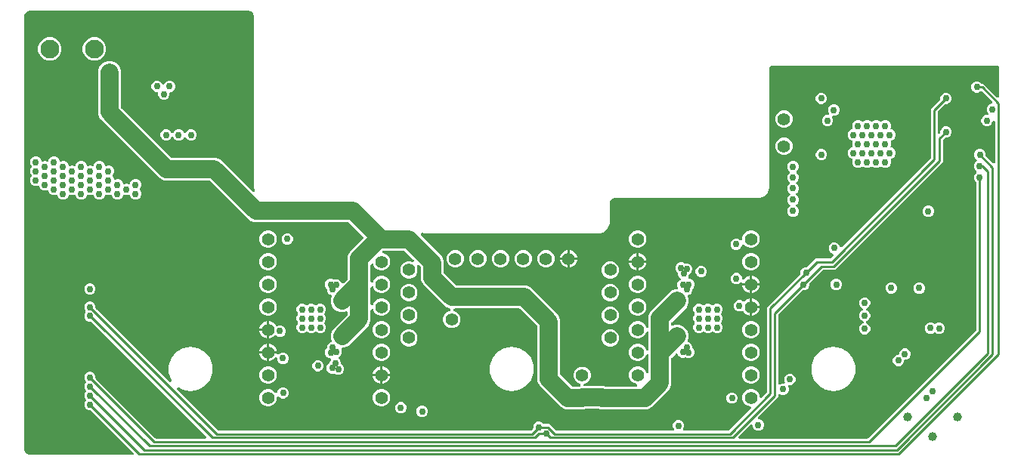
<source format=gbr>
G04 EAGLE Gerber RS-274X export*
G75*
%MOMM*%
%FSLAX34Y34*%
%LPD*%
%INCopper Layer 15*%
%IPPOS*%
%AMOC8*
5,1,8,0,0,1.08239X$1,22.5*%
G01*
G04 Define Apertures*
%ADD10C,1.422400*%
%ADD11C,2.100000*%
%ADD12C,1.008000*%
%ADD13C,0.756400*%
%ADD14C,2.032000*%
%ADD15C,0.228600*%
G36*
X-424671Y-155319D02*
X-425265Y-155440D01*
X-540000Y-155440D01*
X-540394Y-155388D01*
X-542727Y-154763D01*
X-543411Y-154369D01*
X-545119Y-152661D01*
X-545513Y-151977D01*
X-546138Y-149644D01*
X-546190Y-149250D01*
X-546190Y336366D01*
X-546138Y336760D01*
X-545513Y339093D01*
X-545119Y339777D01*
X-543411Y341485D01*
X-542727Y341879D01*
X-540394Y342504D01*
X-540000Y342556D01*
X-295000Y342556D01*
X-294606Y342504D01*
X-292273Y341879D01*
X-291589Y341485D01*
X-289882Y339777D01*
X-289487Y339093D01*
X-288862Y336760D01*
X-288810Y336366D01*
X-288810Y143619D01*
X-288037Y141754D01*
X-287923Y141243D01*
X-288015Y140644D01*
X-288334Y140128D01*
X-288829Y139777D01*
X-289421Y139647D01*
X-290017Y139758D01*
X-290523Y140093D01*
X-326297Y175867D01*
X-330964Y177800D01*
X-381204Y177800D01*
X-381776Y177911D01*
X-382282Y178246D01*
X-437704Y233668D01*
X-438029Y234151D01*
X-438150Y234746D01*
X-438150Y276084D01*
X-440083Y280752D01*
X-443656Y284325D01*
X-448324Y286258D01*
X-453376Y286258D01*
X-458044Y284325D01*
X-461617Y280752D01*
X-463550Y276084D01*
X-463550Y226328D01*
X-461617Y221660D01*
X-394290Y154333D01*
X-389622Y152400D01*
X-339382Y152400D01*
X-338810Y152289D01*
X-338305Y151954D01*
X-293949Y107597D01*
X-289281Y105664D01*
X-183946Y105664D01*
X-183374Y105553D01*
X-182868Y105218D01*
X-166769Y89119D01*
X-166453Y88658D01*
X-166323Y88065D01*
X-166434Y87469D01*
X-166769Y86964D01*
X-181709Y72024D01*
X-183642Y67357D01*
X-183642Y42468D01*
X-183753Y41896D01*
X-184088Y41390D01*
X-188427Y37051D01*
X-188877Y36740D01*
X-189469Y36605D01*
X-190066Y36712D01*
X-190574Y37043D01*
X-190913Y37546D01*
X-191363Y38633D01*
X-193142Y40412D01*
X-195465Y41374D01*
X-197980Y41374D01*
X-198702Y41075D01*
X-199273Y40959D01*
X-199868Y41075D01*
X-201816Y41882D01*
X-204331Y41882D01*
X-206654Y40920D01*
X-208433Y39141D01*
X-209395Y36818D01*
X-209395Y34302D01*
X-208433Y31979D01*
X-207555Y31102D01*
X-207230Y30618D01*
X-207109Y30024D01*
X-207109Y28714D01*
X-206147Y26391D01*
X-204368Y24612D01*
X-202905Y24006D01*
X-202437Y23702D01*
X-202090Y23204D01*
X-201964Y22611D01*
X-202080Y22015D01*
X-202946Y19925D01*
X-202946Y14873D01*
X-201013Y10205D01*
X-197440Y6632D01*
X-192772Y4699D01*
X-187593Y4699D01*
X-185749Y5463D01*
X-185215Y5578D01*
X-184617Y5476D01*
X-184106Y5149D01*
X-183763Y4649D01*
X-183642Y4055D01*
X-183642Y2717D01*
X-183753Y2145D01*
X-184088Y1639D01*
X-201013Y-15285D01*
X-202946Y-19953D01*
X-202946Y-25005D01*
X-202080Y-27095D01*
X-201965Y-27642D01*
X-202071Y-28239D01*
X-202402Y-28747D01*
X-202905Y-29086D01*
X-204368Y-29692D01*
X-206147Y-31471D01*
X-207109Y-33794D01*
X-207109Y-35104D01*
X-207220Y-35676D01*
X-207555Y-36182D01*
X-208433Y-37059D01*
X-209395Y-39382D01*
X-209395Y-41898D01*
X-208433Y-44221D01*
X-206654Y-46000D01*
X-204331Y-46962D01*
X-204108Y-46962D01*
X-203581Y-47056D01*
X-203065Y-47375D01*
X-202714Y-47869D01*
X-202584Y-48462D01*
X-202695Y-49058D01*
X-202938Y-49425D01*
X-204013Y-52018D01*
X-204334Y-52504D01*
X-204679Y-52736D01*
X-206528Y-54585D01*
X-207490Y-56908D01*
X-207490Y-59424D01*
X-206528Y-61747D01*
X-204749Y-63526D01*
X-202426Y-64488D01*
X-199910Y-64488D01*
X-199641Y-64376D01*
X-199082Y-64261D01*
X-198486Y-64372D01*
X-198370Y-64449D01*
X-195822Y-65504D01*
X-193306Y-65504D01*
X-190983Y-64542D01*
X-189204Y-62763D01*
X-188242Y-60440D01*
X-188242Y-57924D01*
X-189204Y-55601D01*
X-190844Y-53962D01*
X-191169Y-53478D01*
X-191290Y-52884D01*
X-191290Y-51828D01*
X-192252Y-49505D01*
X-193738Y-48019D01*
X-194049Y-47570D01*
X-194184Y-46978D01*
X-194078Y-46381D01*
X-193747Y-45873D01*
X-193244Y-45534D01*
X-193142Y-45492D01*
X-191363Y-43713D01*
X-190401Y-41390D01*
X-190401Y-38874D01*
X-191059Y-37286D01*
X-191174Y-36752D01*
X-191072Y-36154D01*
X-190746Y-35643D01*
X-190245Y-35300D01*
X-189651Y-35179D01*
X-187720Y-35179D01*
X-183052Y-33246D01*
X-160175Y-10369D01*
X-158242Y-5701D01*
X-158242Y6711D01*
X-158152Y7226D01*
X-157838Y7744D01*
X-157346Y8099D01*
X-156754Y8234D01*
X-156157Y8128D01*
X-155649Y7797D01*
X-155310Y7294D01*
X-154233Y4693D01*
X-151517Y1977D01*
X-147970Y508D01*
X-144130Y508D01*
X-140583Y1977D01*
X-137867Y4693D01*
X-136398Y8240D01*
X-136398Y12080D01*
X-137867Y15627D01*
X-140583Y18343D01*
X-144130Y19812D01*
X-147970Y19812D01*
X-151517Y18343D01*
X-154233Y15627D01*
X-155310Y13026D01*
X-155590Y12585D01*
X-156079Y12226D01*
X-156669Y12086D01*
X-157267Y12188D01*
X-157778Y12515D01*
X-158121Y13015D01*
X-158242Y13609D01*
X-158242Y32111D01*
X-158152Y32626D01*
X-157838Y33144D01*
X-157346Y33499D01*
X-156754Y33634D01*
X-156157Y33528D01*
X-155649Y33197D01*
X-155310Y32694D01*
X-154233Y30093D01*
X-151517Y27377D01*
X-147970Y25908D01*
X-144130Y25908D01*
X-140583Y27377D01*
X-137867Y30093D01*
X-136398Y33640D01*
X-136398Y37480D01*
X-137867Y41027D01*
X-140583Y43743D01*
X-144130Y45212D01*
X-147970Y45212D01*
X-151517Y43743D01*
X-154233Y41027D01*
X-155310Y38426D01*
X-155590Y37985D01*
X-156079Y37626D01*
X-156669Y37486D01*
X-157267Y37588D01*
X-157778Y37915D01*
X-158121Y38415D01*
X-158242Y39009D01*
X-158242Y57511D01*
X-158152Y58026D01*
X-157838Y58544D01*
X-157346Y58899D01*
X-156754Y59034D01*
X-156157Y58928D01*
X-155649Y58597D01*
X-155310Y58094D01*
X-154233Y55493D01*
X-151517Y52777D01*
X-147970Y51308D01*
X-144130Y51308D01*
X-140583Y52777D01*
X-137867Y55493D01*
X-136398Y59040D01*
X-136398Y62880D01*
X-137867Y66427D01*
X-140583Y69143D01*
X-144194Y70638D01*
X-144653Y70935D01*
X-145004Y71430D01*
X-145134Y72022D01*
X-145023Y72618D01*
X-144688Y73124D01*
X-144598Y73214D01*
X-144115Y73539D01*
X-143521Y73660D01*
X-121242Y73660D01*
X-120670Y73549D01*
X-120164Y73214D01*
X-110250Y63299D01*
X-109949Y62871D01*
X-109805Y62282D01*
X-109901Y61683D01*
X-110224Y61170D01*
X-110722Y60823D01*
X-111315Y60697D01*
X-111911Y60813D01*
X-113491Y61468D01*
X-117331Y61468D01*
X-120878Y59999D01*
X-123594Y57283D01*
X-125063Y53736D01*
X-125063Y49896D01*
X-123594Y46349D01*
X-120878Y43633D01*
X-117331Y42164D01*
X-113491Y42164D01*
X-109944Y43633D01*
X-107228Y46349D01*
X-105759Y49896D01*
X-105759Y53736D01*
X-106414Y55316D01*
X-106528Y55827D01*
X-106436Y56426D01*
X-106117Y56942D01*
X-105622Y57293D01*
X-105030Y57423D01*
X-104434Y57312D01*
X-103928Y56977D01*
X-102046Y55096D01*
X-101721Y54612D01*
X-101600Y54018D01*
X-101600Y40454D01*
X-99667Y35786D01*
X-74504Y10623D01*
X-69736Y8648D01*
X-69285Y8360D01*
X-68930Y7868D01*
X-68795Y7277D01*
X-68902Y6680D01*
X-69233Y6171D01*
X-69736Y5832D01*
X-72777Y4573D01*
X-75493Y1857D01*
X-76962Y-1690D01*
X-76962Y-5530D01*
X-75493Y-9077D01*
X-72777Y-11793D01*
X-69230Y-13262D01*
X-65390Y-13262D01*
X-61843Y-11793D01*
X-59127Y-9077D01*
X-57658Y-5530D01*
X-57658Y-1690D01*
X-59127Y1857D01*
X-61843Y4573D01*
X-64705Y5758D01*
X-65146Y6038D01*
X-65505Y6527D01*
X-65645Y7117D01*
X-65543Y7715D01*
X-65216Y8226D01*
X-64716Y8569D01*
X-64121Y8690D01*
X8278Y8690D01*
X8850Y8579D01*
X9356Y8244D01*
X28256Y-10656D01*
X28581Y-11139D01*
X28702Y-11734D01*
X28702Y-72884D01*
X30635Y-77552D01*
X55290Y-102207D01*
X59958Y-104140D01*
X81066Y-104140D01*
X81269Y-104056D01*
X81852Y-103940D01*
X98288Y-103940D01*
X98871Y-104056D01*
X99074Y-104140D01*
X151878Y-104140D01*
X156546Y-102207D01*
X176629Y-82124D01*
X178562Y-77456D01*
X178562Y-47675D01*
X178673Y-47103D01*
X179008Y-46597D01*
X183385Y-42221D01*
X183834Y-41910D01*
X184426Y-41775D01*
X185023Y-41882D01*
X185531Y-42212D01*
X185870Y-42715D01*
X186283Y-43713D01*
X188062Y-45492D01*
X190385Y-46454D01*
X192900Y-46454D01*
X193622Y-46155D01*
X194193Y-46039D01*
X194788Y-46155D01*
X196736Y-46962D01*
X199251Y-46962D01*
X201574Y-46000D01*
X203353Y-44221D01*
X204315Y-41898D01*
X204315Y-39382D01*
X203353Y-37059D01*
X202475Y-36182D01*
X202150Y-35698D01*
X202029Y-35104D01*
X202029Y-33794D01*
X201067Y-31471D01*
X199288Y-29692D01*
X197825Y-29086D01*
X197357Y-28782D01*
X197010Y-28284D01*
X196884Y-27691D01*
X197000Y-27095D01*
X197866Y-25005D01*
X197866Y-19953D01*
X195933Y-15285D01*
X192360Y-11712D01*
X187692Y-9779D01*
X182640Y-9779D01*
X180669Y-10595D01*
X180135Y-10710D01*
X179537Y-10609D01*
X179026Y-10282D01*
X178683Y-9782D01*
X178562Y-9187D01*
X178562Y-7797D01*
X178673Y-7225D01*
X179008Y-6719D01*
X195933Y10205D01*
X197866Y14873D01*
X197866Y19925D01*
X197000Y22015D01*
X196885Y22562D01*
X196991Y23159D01*
X197322Y23667D01*
X197825Y24006D01*
X199288Y24612D01*
X201067Y26391D01*
X202029Y28714D01*
X202029Y30024D01*
X202140Y30596D01*
X202475Y31102D01*
X203353Y31979D01*
X204315Y34302D01*
X204315Y36818D01*
X203353Y39141D01*
X201574Y40920D01*
X199251Y41882D01*
X199028Y41882D01*
X198501Y41976D01*
X197985Y42295D01*
X197634Y42789D01*
X197504Y43382D01*
X197615Y43978D01*
X197858Y44345D01*
X198933Y46938D01*
X199254Y47424D01*
X199599Y47656D01*
X201448Y49505D01*
X202410Y51828D01*
X202410Y54344D01*
X201448Y56667D01*
X199669Y58446D01*
X197346Y59408D01*
X194830Y59408D01*
X194561Y59296D01*
X194002Y59181D01*
X193406Y59292D01*
X193290Y59369D01*
X190742Y60424D01*
X188226Y60424D01*
X185903Y59462D01*
X184124Y57683D01*
X183162Y55360D01*
X183162Y52844D01*
X184124Y50521D01*
X185764Y48882D01*
X186089Y48398D01*
X186210Y47804D01*
X186210Y46748D01*
X187172Y44425D01*
X188658Y42939D01*
X188969Y42490D01*
X189104Y41898D01*
X188998Y41301D01*
X188667Y40793D01*
X188164Y40454D01*
X188062Y40412D01*
X186283Y38633D01*
X185321Y36310D01*
X185321Y33794D01*
X185979Y32206D01*
X186094Y31672D01*
X185992Y31074D01*
X185666Y30563D01*
X185165Y30220D01*
X184571Y30099D01*
X182640Y30099D01*
X177972Y28166D01*
X155095Y5289D01*
X153162Y621D01*
X153162Y-11791D01*
X153072Y-12306D01*
X152758Y-12824D01*
X152266Y-13179D01*
X151674Y-13314D01*
X151077Y-13208D01*
X150569Y-12877D01*
X150230Y-12374D01*
X149153Y-9773D01*
X146437Y-7057D01*
X142890Y-5588D01*
X139050Y-5588D01*
X135503Y-7057D01*
X132787Y-9773D01*
X131318Y-13320D01*
X131318Y-17160D01*
X132787Y-20707D01*
X135503Y-23423D01*
X139050Y-24892D01*
X142890Y-24892D01*
X146437Y-23423D01*
X149153Y-20707D01*
X150230Y-18106D01*
X150510Y-17665D01*
X150999Y-17306D01*
X151589Y-17166D01*
X152187Y-17268D01*
X152698Y-17595D01*
X153041Y-18095D01*
X153162Y-18689D01*
X153162Y-37191D01*
X153072Y-37706D01*
X152758Y-38224D01*
X152266Y-38579D01*
X151674Y-38714D01*
X151077Y-38608D01*
X150569Y-38277D01*
X150230Y-37774D01*
X149153Y-35173D01*
X146437Y-32457D01*
X142890Y-30988D01*
X139050Y-30988D01*
X135503Y-32457D01*
X132787Y-35173D01*
X131318Y-38720D01*
X131318Y-42560D01*
X132787Y-46107D01*
X135503Y-48823D01*
X139050Y-50292D01*
X142890Y-50292D01*
X146437Y-48823D01*
X149153Y-46107D01*
X150230Y-43506D01*
X150510Y-43065D01*
X150999Y-42706D01*
X151589Y-42566D01*
X152187Y-42668D01*
X152698Y-42995D01*
X153041Y-43495D01*
X153162Y-44089D01*
X153162Y-62591D01*
X153072Y-63106D01*
X152758Y-63624D01*
X152266Y-63979D01*
X151674Y-64114D01*
X151077Y-64008D01*
X150569Y-63677D01*
X150230Y-63174D01*
X149153Y-60573D01*
X146437Y-57857D01*
X142890Y-56388D01*
X139050Y-56388D01*
X135503Y-57857D01*
X132787Y-60573D01*
X131318Y-64120D01*
X131318Y-67960D01*
X132787Y-71507D01*
X135503Y-74223D01*
X139330Y-75808D01*
X139772Y-76088D01*
X140131Y-76577D01*
X140270Y-77167D01*
X140169Y-77765D01*
X139842Y-78276D01*
X139341Y-78619D01*
X138747Y-78740D01*
X104712Y-78740D01*
X104129Y-78624D01*
X103926Y-78540D01*
X81929Y-78540D01*
X81413Y-78450D01*
X80895Y-78136D01*
X80540Y-77644D01*
X80405Y-77052D01*
X80512Y-76455D01*
X80843Y-75947D01*
X81346Y-75608D01*
X84207Y-74423D01*
X86923Y-71707D01*
X88392Y-68160D01*
X88392Y-64320D01*
X86923Y-60773D01*
X84207Y-58057D01*
X80660Y-56588D01*
X76820Y-56588D01*
X73273Y-58057D01*
X70557Y-60773D01*
X69088Y-64320D01*
X69088Y-68160D01*
X70557Y-71707D01*
X73273Y-74423D01*
X76314Y-75682D01*
X76765Y-75971D01*
X77120Y-76463D01*
X77255Y-77054D01*
X77148Y-77651D01*
X76817Y-78159D01*
X76314Y-78498D01*
X76011Y-78624D01*
X75428Y-78740D01*
X68376Y-78740D01*
X67804Y-78629D01*
X67298Y-78294D01*
X54548Y-65544D01*
X54223Y-65061D01*
X54102Y-64466D01*
X54102Y-3316D01*
X52169Y1352D01*
X21364Y32157D01*
X16696Y34090D01*
X-61418Y34090D01*
X-61990Y34201D01*
X-62496Y34536D01*
X-75754Y47794D01*
X-76079Y48277D01*
X-76200Y48872D01*
X-76200Y62257D01*
X-76178Y62383D01*
X-78133Y67104D01*
X-101873Y90843D01*
X-102174Y91271D01*
X-102318Y91860D01*
X-102221Y92459D01*
X-101898Y92972D01*
X-101401Y93319D01*
X-100807Y93445D01*
X-100212Y93329D01*
X-98347Y92556D01*
X98347Y92556D01*
X103423Y94658D01*
X107308Y98543D01*
X109410Y103619D01*
X109410Y126366D01*
X109462Y126760D01*
X110087Y129093D01*
X110482Y129777D01*
X112189Y131485D01*
X112873Y131879D01*
X115206Y132504D01*
X115600Y132556D01*
X277747Y132556D01*
X282823Y134658D01*
X286708Y138543D01*
X288810Y143619D01*
X288810Y278962D01*
X288912Y279511D01*
X289239Y280022D01*
X289740Y280365D01*
X290334Y280486D01*
X544666Y280486D01*
X545215Y280384D01*
X545726Y280057D01*
X546069Y279556D01*
X546190Y278962D01*
X546190Y246505D01*
X546096Y245978D01*
X545777Y245462D01*
X545283Y245111D01*
X544690Y244981D01*
X544094Y245092D01*
X543588Y245427D01*
X528285Y260731D01*
X526843Y260731D01*
X526271Y260842D01*
X525765Y261177D01*
X524535Y262408D01*
X522212Y263370D01*
X519696Y263370D01*
X517373Y262408D01*
X515594Y260629D01*
X514632Y258306D01*
X514632Y255790D01*
X515594Y253467D01*
X517373Y251688D01*
X519696Y250726D01*
X522212Y250726D01*
X524535Y251688D01*
X524645Y251798D01*
X525106Y252114D01*
X525698Y252244D01*
X526295Y252133D01*
X526800Y251798D01*
X537838Y240760D01*
X538150Y240310D01*
X538284Y239719D01*
X538178Y239122D01*
X537847Y238613D01*
X537344Y238274D01*
X534899Y237262D01*
X533120Y235483D01*
X532158Y233160D01*
X532158Y230644D01*
X533120Y228321D01*
X533316Y228126D01*
X533622Y227687D01*
X533761Y227097D01*
X533660Y226499D01*
X533333Y225988D01*
X532832Y225645D01*
X532238Y225524D01*
X530872Y225524D01*
X528549Y224562D01*
X526770Y222783D01*
X525808Y220460D01*
X525808Y217944D01*
X526770Y215621D01*
X528549Y213842D01*
X530872Y212880D01*
X533388Y212880D01*
X535711Y213842D01*
X537490Y215621D01*
X538432Y217896D01*
X538712Y218338D01*
X539201Y218697D01*
X539791Y218836D01*
X540389Y218735D01*
X540900Y218408D01*
X541243Y217907D01*
X541364Y217313D01*
X541364Y172882D01*
X541270Y172355D01*
X540951Y171839D01*
X540457Y171488D01*
X539864Y171358D01*
X539268Y171469D01*
X538762Y171804D01*
X531024Y179542D01*
X530699Y180025D01*
X530578Y180620D01*
X530578Y182360D01*
X529616Y184683D01*
X527837Y186462D01*
X525514Y187424D01*
X522998Y187424D01*
X520675Y186462D01*
X518896Y184683D01*
X517934Y182360D01*
X517934Y179844D01*
X518896Y177521D01*
X520461Y175957D01*
X520777Y175496D01*
X520907Y174903D01*
X520796Y174307D01*
X520461Y173801D01*
X518642Y171983D01*
X517680Y169660D01*
X517680Y167144D01*
X518642Y164821D01*
X520334Y163130D01*
X520650Y162669D01*
X520780Y162076D01*
X520669Y161480D01*
X520334Y160974D01*
X518642Y159283D01*
X517680Y156960D01*
X517680Y154444D01*
X518642Y152121D01*
X519873Y150891D01*
X520198Y150407D01*
X520319Y149813D01*
X520319Y-14861D01*
X520208Y-15433D01*
X519873Y-15939D01*
X399225Y-136587D01*
X398742Y-136912D01*
X398147Y-137033D01*
X255395Y-137033D01*
X254868Y-136939D01*
X254352Y-136620D01*
X254001Y-136126D01*
X253871Y-135533D01*
X253982Y-134937D01*
X254317Y-134431D01*
X267174Y-121574D01*
X267613Y-121268D01*
X268203Y-121129D01*
X268801Y-121230D01*
X269312Y-121557D01*
X269655Y-122057D01*
X269776Y-122652D01*
X269776Y-123178D01*
X270738Y-125501D01*
X272517Y-127280D01*
X274840Y-128242D01*
X277356Y-128242D01*
X279679Y-127280D01*
X281458Y-125501D01*
X282420Y-123178D01*
X282420Y-120662D01*
X281458Y-118339D01*
X279679Y-116560D01*
X277356Y-115598D01*
X276830Y-115598D01*
X276303Y-115504D01*
X275787Y-115185D01*
X275436Y-114691D01*
X275306Y-114098D01*
X275417Y-113502D01*
X275752Y-112996D01*
X298323Y-90426D01*
X298323Y-88568D01*
X298421Y-88030D01*
X298744Y-87517D01*
X299241Y-87170D01*
X299835Y-87044D01*
X300430Y-87160D01*
X302542Y-88035D01*
X305057Y-88035D01*
X307381Y-87073D01*
X309159Y-85294D01*
X310122Y-82971D01*
X310122Y-80456D01*
X309536Y-79041D01*
X309421Y-78507D01*
X309522Y-77909D01*
X309849Y-77398D01*
X310349Y-77055D01*
X310944Y-76934D01*
X312662Y-76934D01*
X314985Y-75972D01*
X316764Y-74193D01*
X317726Y-71870D01*
X317726Y-69354D01*
X316764Y-67031D01*
X314985Y-65252D01*
X312662Y-64290D01*
X310146Y-64290D01*
X307823Y-65252D01*
X306044Y-67031D01*
X305082Y-69354D01*
X305082Y-71870D01*
X305668Y-73284D01*
X305783Y-73818D01*
X305681Y-74416D01*
X305354Y-74927D01*
X304854Y-75270D01*
X304260Y-75391D01*
X302542Y-75391D01*
X300430Y-76266D01*
X299896Y-76381D01*
X299298Y-76279D01*
X298787Y-75952D01*
X298444Y-75452D01*
X298323Y-74858D01*
X298323Y1145D01*
X298434Y1717D01*
X298769Y2223D01*
X325338Y28792D01*
X325821Y29117D01*
X326416Y29238D01*
X328156Y29238D01*
X330479Y30200D01*
X332258Y31979D01*
X333220Y34302D01*
X333220Y36042D01*
X333331Y36614D01*
X333666Y37120D01*
X348297Y51751D01*
X348780Y52076D01*
X349375Y52197D01*
X362206Y52197D01*
X482882Y172873D01*
X482882Y197134D01*
X482993Y197706D01*
X483328Y198212D01*
X484850Y199734D01*
X485333Y200059D01*
X485928Y200180D01*
X487668Y200180D01*
X489991Y201142D01*
X491770Y202921D01*
X492732Y205244D01*
X492732Y207760D01*
X491770Y210083D01*
X489991Y211862D01*
X487668Y212824D01*
X485152Y212824D01*
X482829Y211862D01*
X481050Y210083D01*
X480088Y207760D01*
X480088Y206020D01*
X479977Y205448D01*
X479642Y204942D01*
X479487Y204787D01*
X479048Y204481D01*
X478458Y204342D01*
X477860Y204443D01*
X477349Y204770D01*
X477006Y205270D01*
X476885Y205865D01*
X476885Y228983D01*
X476996Y229555D01*
X477331Y230061D01*
X484850Y237580D01*
X485333Y237905D01*
X485928Y238026D01*
X487668Y238026D01*
X489991Y238988D01*
X491770Y240767D01*
X492732Y243090D01*
X492732Y245606D01*
X491770Y247929D01*
X489991Y249708D01*
X487668Y250670D01*
X485152Y250670D01*
X482829Y249708D01*
X481050Y247929D01*
X480088Y245606D01*
X480088Y243866D01*
X479977Y243294D01*
X479642Y242788D01*
X469519Y232666D01*
X469519Y178041D01*
X469408Y177469D01*
X469073Y176963D01*
X369800Y77690D01*
X369350Y77379D01*
X368758Y77244D01*
X368161Y77351D01*
X367653Y77682D01*
X367314Y78185D01*
X366548Y80035D01*
X364769Y81814D01*
X362446Y82776D01*
X359930Y82776D01*
X357607Y81814D01*
X355828Y80035D01*
X354866Y77712D01*
X354866Y75196D01*
X355828Y72873D01*
X357607Y71094D01*
X359457Y70328D01*
X359917Y70031D01*
X360268Y69537D01*
X360398Y68944D01*
X360287Y68348D01*
X359952Y67842D01*
X357199Y65089D01*
X356715Y64764D01*
X356121Y64643D01*
X340358Y64643D01*
X331252Y55536D01*
X330769Y55211D01*
X330174Y55090D01*
X328434Y55090D01*
X326111Y54128D01*
X324332Y52349D01*
X323370Y50026D01*
X323370Y48286D01*
X323259Y47714D01*
X322924Y47208D01*
X285877Y10162D01*
X285877Y-84711D01*
X285766Y-85283D01*
X285431Y-85789D01*
X280224Y-90996D01*
X279785Y-91302D01*
X279195Y-91441D01*
X278597Y-91340D01*
X278086Y-91013D01*
X277743Y-90513D01*
X277622Y-89918D01*
X277622Y-89520D01*
X276153Y-85973D01*
X273437Y-83257D01*
X269890Y-81788D01*
X266050Y-81788D01*
X262503Y-83257D01*
X259787Y-85973D01*
X258318Y-89520D01*
X258318Y-93360D01*
X259787Y-96907D01*
X262503Y-99623D01*
X266050Y-101092D01*
X266448Y-101092D01*
X266975Y-101186D01*
X267491Y-101505D01*
X267842Y-101999D01*
X267972Y-102592D01*
X267861Y-103188D01*
X267526Y-103694D01*
X243269Y-127951D01*
X242786Y-128276D01*
X242191Y-128397D01*
X193447Y-128397D01*
X192908Y-128299D01*
X192395Y-127976D01*
X192048Y-127479D01*
X191923Y-126885D01*
X192039Y-126290D01*
X193012Y-123940D01*
X193012Y-121424D01*
X192050Y-119101D01*
X190271Y-117322D01*
X187948Y-116360D01*
X185432Y-116360D01*
X183109Y-117322D01*
X181330Y-119101D01*
X180368Y-121424D01*
X180368Y-123940D01*
X181342Y-126290D01*
X181457Y-126824D01*
X181355Y-127422D01*
X181028Y-127933D01*
X180528Y-128276D01*
X179934Y-128397D01*
X50417Y-128397D01*
X49845Y-128286D01*
X49339Y-127951D01*
X42166Y-120777D01*
X36031Y-120777D01*
X35459Y-120666D01*
X34953Y-120331D01*
X33723Y-119100D01*
X31400Y-118138D01*
X28884Y-118138D01*
X26561Y-119100D01*
X24782Y-120879D01*
X23820Y-123202D01*
X23820Y-125026D01*
X23709Y-125598D01*
X23374Y-126104D01*
X21527Y-127951D01*
X21044Y-128276D01*
X20449Y-128397D01*
X-328361Y-128397D01*
X-328933Y-128286D01*
X-329438Y-127951D01*
X-374920Y-82469D01*
X-375294Y-81855D01*
X-375360Y-81252D01*
X-375186Y-80671D01*
X-374799Y-80204D01*
X-374261Y-79925D01*
X-373656Y-79878D01*
X-373081Y-80071D01*
X-368534Y-82696D01*
X-360000Y-84201D01*
X-351466Y-82696D01*
X-343962Y-78364D01*
X-338392Y-71726D01*
X-335428Y-63583D01*
X-335428Y-54917D01*
X-338392Y-46774D01*
X-343962Y-40136D01*
X-351466Y-35804D01*
X-360000Y-34299D01*
X-368534Y-35804D01*
X-376038Y-40136D01*
X-381608Y-46774D01*
X-384572Y-54917D01*
X-384572Y-63583D01*
X-381639Y-71642D01*
X-381549Y-72090D01*
X-381641Y-72689D01*
X-381959Y-73206D01*
X-382454Y-73556D01*
X-383047Y-73687D01*
X-383643Y-73575D01*
X-384149Y-73240D01*
X-465989Y8600D01*
X-466315Y9083D01*
X-466436Y9678D01*
X-466436Y11418D01*
X-467398Y13741D01*
X-469176Y15520D01*
X-471500Y16482D01*
X-474015Y16482D01*
X-476339Y15520D01*
X-478117Y13741D01*
X-479080Y11418D01*
X-479080Y8902D01*
X-478117Y6579D01*
X-477745Y6207D01*
X-477429Y5746D01*
X-477299Y5154D01*
X-477410Y4558D01*
X-477745Y4052D01*
X-477863Y3934D01*
X-478826Y1611D01*
X-478826Y-905D01*
X-477863Y-3228D01*
X-476085Y-5007D01*
X-473761Y-5969D01*
X-472021Y-5969D01*
X-471449Y-6080D01*
X-470944Y-6415D01*
X-342928Y-134431D01*
X-342622Y-134870D01*
X-342482Y-135460D01*
X-342584Y-136058D01*
X-342911Y-136569D01*
X-343411Y-136912D01*
X-344005Y-137033D01*
X-398465Y-137033D01*
X-399037Y-136922D01*
X-399542Y-136587D01*
X-465989Y-70140D01*
X-466315Y-69657D01*
X-466436Y-69062D01*
X-466436Y-67322D01*
X-467398Y-64999D01*
X-469176Y-63220D01*
X-471500Y-62258D01*
X-474015Y-62258D01*
X-476339Y-63220D01*
X-478117Y-64999D01*
X-479080Y-67322D01*
X-479080Y-69838D01*
X-478117Y-72161D01*
X-477696Y-72582D01*
X-477380Y-73043D01*
X-477250Y-73636D01*
X-477361Y-74232D01*
X-477696Y-74738D01*
X-478117Y-75159D01*
X-479080Y-77482D01*
X-479080Y-79998D01*
X-478117Y-82321D01*
X-477696Y-82742D01*
X-477380Y-83203D01*
X-477250Y-83796D01*
X-477361Y-84392D01*
X-477696Y-84898D01*
X-478117Y-85319D01*
X-479080Y-87642D01*
X-479080Y-90158D01*
X-478117Y-92481D01*
X-477696Y-92902D01*
X-477380Y-93363D01*
X-477250Y-93956D01*
X-477361Y-94552D01*
X-477696Y-95058D01*
X-478117Y-95479D01*
X-479080Y-97802D01*
X-479080Y-100318D01*
X-478117Y-102641D01*
X-476339Y-104420D01*
X-474015Y-105382D01*
X-472275Y-105382D01*
X-471703Y-105493D01*
X-471198Y-105828D01*
X-424188Y-152838D01*
X-423882Y-153277D01*
X-423742Y-153867D01*
X-423844Y-154465D01*
X-424171Y-154976D01*
X-424671Y-155319D01*
G37*
%LPC*%
G36*
X-520354Y286704D02*
X-515166Y286704D01*
X-510373Y288689D01*
X-506705Y292357D01*
X-504720Y297150D01*
X-504720Y302338D01*
X-506705Y307131D01*
X-510373Y310799D01*
X-515166Y312784D01*
X-520354Y312784D01*
X-525147Y310799D01*
X-528815Y307131D01*
X-530800Y302338D01*
X-530800Y297150D01*
X-528815Y292357D01*
X-525147Y288689D01*
X-520354Y286704D01*
G37*
G36*
X-470354Y286704D02*
X-465166Y286704D01*
X-460373Y288689D01*
X-456705Y292357D01*
X-454720Y297150D01*
X-454720Y302338D01*
X-456705Y307131D01*
X-460373Y310799D01*
X-465166Y312784D01*
X-470354Y312784D01*
X-475147Y310799D01*
X-478815Y307131D01*
X-480800Y302338D01*
X-480800Y297150D01*
X-478815Y292357D01*
X-475147Y288689D01*
X-470354Y286704D01*
G37*
G36*
X-391148Y242598D02*
X-388632Y242598D01*
X-386309Y243560D01*
X-384530Y245339D01*
X-383568Y247662D01*
X-383568Y249964D01*
X-383466Y250513D01*
X-383139Y251024D01*
X-382638Y251367D01*
X-382512Y251393D01*
X-379959Y252450D01*
X-378180Y254229D01*
X-377218Y256552D01*
X-377218Y259068D01*
X-378180Y261391D01*
X-379959Y263170D01*
X-382282Y264132D01*
X-384798Y264132D01*
X-387121Y263170D01*
X-388900Y261391D01*
X-389117Y260866D01*
X-389405Y260416D01*
X-389897Y260061D01*
X-390489Y259926D01*
X-391086Y260032D01*
X-391594Y260363D01*
X-391933Y260866D01*
X-392150Y261391D01*
X-393929Y263170D01*
X-396252Y264132D01*
X-398768Y264132D01*
X-401091Y263170D01*
X-402870Y261391D01*
X-403832Y259068D01*
X-403832Y256552D01*
X-402870Y254229D01*
X-401091Y252450D01*
X-398768Y251488D01*
X-397736Y251488D01*
X-397187Y251386D01*
X-396676Y251059D01*
X-396333Y250558D01*
X-396212Y249964D01*
X-396212Y247662D01*
X-395250Y245339D01*
X-393471Y243560D01*
X-391148Y242598D01*
G37*
G36*
X345452Y238026D02*
X347968Y238026D01*
X350291Y238988D01*
X352070Y240767D01*
X353032Y243090D01*
X353032Y245606D01*
X352070Y247929D01*
X350291Y249708D01*
X347968Y250670D01*
X345452Y250670D01*
X343129Y249708D01*
X341350Y247929D01*
X340388Y245606D01*
X340388Y243090D01*
X341350Y240767D01*
X343129Y238988D01*
X345452Y238026D01*
G37*
G36*
X352310Y212880D02*
X354826Y212880D01*
X357149Y213842D01*
X358928Y215621D01*
X359890Y217944D01*
X359890Y220460D01*
X358958Y222711D01*
X358842Y223245D01*
X358944Y223843D01*
X359271Y224354D01*
X359771Y224697D01*
X360366Y224818D01*
X361938Y224818D01*
X364261Y225780D01*
X366040Y227559D01*
X367002Y229882D01*
X367002Y232398D01*
X366040Y234721D01*
X364261Y236500D01*
X361938Y237462D01*
X359422Y237462D01*
X357099Y236500D01*
X355320Y234721D01*
X354358Y232398D01*
X354358Y229882D01*
X355291Y227631D01*
X355406Y227097D01*
X355304Y226499D01*
X354977Y225988D01*
X354477Y225645D01*
X353883Y225524D01*
X352310Y225524D01*
X349987Y224562D01*
X348208Y222783D01*
X347246Y220460D01*
X347246Y217944D01*
X348208Y215621D01*
X349987Y213842D01*
X352310Y212880D01*
G37*
G36*
X302880Y211328D02*
X306720Y211328D01*
X310267Y212797D01*
X312983Y215513D01*
X314452Y219060D01*
X314452Y222900D01*
X312983Y226447D01*
X310267Y229163D01*
X306720Y230632D01*
X302880Y230632D01*
X299333Y229163D01*
X296617Y226447D01*
X295148Y222900D01*
X295148Y219060D01*
X296617Y215513D01*
X299333Y212797D01*
X302880Y211328D01*
G37*
G36*
X386600Y166398D02*
X389116Y166398D01*
X391439Y167360D01*
X391860Y167782D01*
X392321Y168098D01*
X392914Y168228D01*
X393510Y168117D01*
X394016Y167782D01*
X394437Y167360D01*
X396760Y166398D01*
X399276Y166398D01*
X401599Y167360D01*
X402020Y167782D01*
X402481Y168098D01*
X403074Y168228D01*
X403670Y168117D01*
X404176Y167782D01*
X404597Y167360D01*
X406920Y166398D01*
X409436Y166398D01*
X411759Y167360D01*
X412180Y167782D01*
X412641Y168098D01*
X413234Y168228D01*
X413830Y168117D01*
X414336Y167782D01*
X414757Y167360D01*
X417080Y166398D01*
X419596Y166398D01*
X421919Y167360D01*
X423698Y169139D01*
X424660Y171462D01*
X424660Y173978D01*
X424333Y174767D01*
X424218Y175313D01*
X424324Y175911D01*
X424655Y176419D01*
X425158Y176758D01*
X426999Y177520D01*
X428778Y179299D01*
X429740Y181622D01*
X429740Y184138D01*
X428778Y186461D01*
X426999Y188240D01*
X425158Y189002D01*
X424690Y189307D01*
X424343Y189805D01*
X424217Y190398D01*
X424333Y190993D01*
X424660Y191782D01*
X424660Y194298D01*
X424333Y195087D01*
X424218Y195633D01*
X424324Y196231D01*
X424655Y196739D01*
X425158Y197078D01*
X426999Y197840D01*
X428778Y199619D01*
X429740Y201942D01*
X429740Y204458D01*
X428778Y206781D01*
X426999Y208560D01*
X425158Y209322D01*
X424690Y209627D01*
X424343Y210125D01*
X424217Y210718D01*
X424333Y211313D01*
X424660Y212102D01*
X424660Y214618D01*
X423698Y216941D01*
X421919Y218720D01*
X419596Y219682D01*
X417080Y219682D01*
X414757Y218720D01*
X414336Y218298D01*
X413875Y217982D01*
X413282Y217852D01*
X412686Y217963D01*
X412180Y218298D01*
X411759Y218720D01*
X409436Y219682D01*
X406920Y219682D01*
X404597Y218720D01*
X404176Y218298D01*
X403715Y217982D01*
X403122Y217852D01*
X402526Y217963D01*
X402020Y218298D01*
X401599Y218720D01*
X399276Y219682D01*
X396760Y219682D01*
X394437Y218720D01*
X394016Y218298D01*
X393555Y217982D01*
X392962Y217852D01*
X392366Y217963D01*
X391860Y218298D01*
X391439Y218720D01*
X389116Y219682D01*
X386600Y219682D01*
X384277Y218720D01*
X382498Y216941D01*
X381536Y214618D01*
X381536Y212102D01*
X381863Y211313D01*
X381978Y210767D01*
X381872Y210170D01*
X381541Y209661D01*
X381038Y209322D01*
X379197Y208560D01*
X377418Y206781D01*
X376456Y204458D01*
X376456Y201942D01*
X377418Y199619D01*
X379197Y197840D01*
X381038Y197078D01*
X381506Y196773D01*
X381853Y196275D01*
X381979Y195682D01*
X381863Y195087D01*
X381536Y194298D01*
X381536Y191782D01*
X381863Y190993D01*
X381978Y190447D01*
X381872Y189850D01*
X381541Y189341D01*
X381038Y189002D01*
X379197Y188240D01*
X377418Y186461D01*
X376456Y184138D01*
X376456Y181622D01*
X377418Y179299D01*
X379197Y177520D01*
X381038Y176758D01*
X381506Y176453D01*
X381853Y175955D01*
X381979Y175362D01*
X381863Y174767D01*
X381536Y173978D01*
X381536Y171462D01*
X382498Y169139D01*
X384277Y167360D01*
X386600Y166398D01*
G37*
G36*
X-388608Y196878D02*
X-386092Y196878D01*
X-383769Y197840D01*
X-381990Y199619D01*
X-381773Y200144D01*
X-381485Y200595D01*
X-380993Y200949D01*
X-380401Y201084D01*
X-379804Y200978D01*
X-379296Y200647D01*
X-378957Y200144D01*
X-378740Y199619D01*
X-376961Y197840D01*
X-374638Y196878D01*
X-372122Y196878D01*
X-369799Y197840D01*
X-368020Y199619D01*
X-367803Y200144D01*
X-367515Y200595D01*
X-367023Y200949D01*
X-366431Y201084D01*
X-365834Y200978D01*
X-365326Y200647D01*
X-364987Y200144D01*
X-364770Y199619D01*
X-362991Y197840D01*
X-360668Y196878D01*
X-358152Y196878D01*
X-355829Y197840D01*
X-354050Y199619D01*
X-353088Y201942D01*
X-353088Y204458D01*
X-354050Y206781D01*
X-355829Y208560D01*
X-358152Y209522D01*
X-360668Y209522D01*
X-362991Y208560D01*
X-364770Y206781D01*
X-364987Y206256D01*
X-365275Y205806D01*
X-365767Y205451D01*
X-366359Y205316D01*
X-366956Y205422D01*
X-367464Y205753D01*
X-367803Y206256D01*
X-368020Y206781D01*
X-369799Y208560D01*
X-372122Y209522D01*
X-374638Y209522D01*
X-376961Y208560D01*
X-378740Y206781D01*
X-378957Y206256D01*
X-379245Y205806D01*
X-379737Y205451D01*
X-380329Y205316D01*
X-380926Y205422D01*
X-381434Y205753D01*
X-381773Y206256D01*
X-381990Y206781D01*
X-383769Y208560D01*
X-386092Y209522D01*
X-388608Y209522D01*
X-390931Y208560D01*
X-392710Y206781D01*
X-393672Y204458D01*
X-393672Y201942D01*
X-392710Y199619D01*
X-390931Y197840D01*
X-388608Y196878D01*
G37*
G36*
X302880Y180848D02*
X306720Y180848D01*
X310267Y182317D01*
X312983Y185033D01*
X314452Y188580D01*
X314452Y192420D01*
X312983Y195967D01*
X310267Y198683D01*
X306720Y200152D01*
X302880Y200152D01*
X299333Y198683D01*
X296617Y195967D01*
X295148Y192420D01*
X295148Y188580D01*
X296617Y185033D01*
X299333Y182317D01*
X302880Y180848D01*
G37*
G36*
X345452Y174780D02*
X347968Y174780D01*
X350291Y175742D01*
X352070Y177521D01*
X353032Y179844D01*
X353032Y182360D01*
X352070Y184683D01*
X350291Y186462D01*
X347968Y187424D01*
X345452Y187424D01*
X343129Y186462D01*
X341350Y184683D01*
X340388Y182360D01*
X340388Y179844D01*
X341350Y177521D01*
X343129Y175742D01*
X345452Y174780D01*
G37*
G36*
X-504178Y130838D02*
X-501662Y130838D01*
X-499339Y131800D01*
X-497560Y133579D01*
X-496798Y135420D01*
X-496493Y135888D01*
X-495995Y136235D01*
X-495402Y136361D01*
X-494807Y136245D01*
X-494018Y135918D01*
X-491502Y135918D01*
X-490713Y136245D01*
X-490167Y136360D01*
X-489570Y136254D01*
X-489061Y135923D01*
X-488722Y135420D01*
X-487960Y133579D01*
X-486181Y131800D01*
X-483858Y130838D01*
X-481342Y130838D01*
X-479019Y131800D01*
X-477240Y133579D01*
X-476478Y135420D01*
X-476173Y135888D01*
X-475675Y136235D01*
X-475082Y136361D01*
X-474487Y136245D01*
X-473698Y135918D01*
X-471182Y135918D01*
X-470393Y136245D01*
X-469847Y136360D01*
X-469250Y136254D01*
X-468741Y135923D01*
X-468402Y135420D01*
X-467640Y133579D01*
X-465861Y131800D01*
X-463538Y130838D01*
X-461022Y130838D01*
X-458699Y131800D01*
X-456920Y133579D01*
X-456158Y135420D01*
X-455853Y135888D01*
X-455355Y136235D01*
X-454762Y136361D01*
X-454167Y136245D01*
X-453378Y135918D01*
X-450862Y135918D01*
X-450073Y136245D01*
X-449527Y136360D01*
X-448930Y136254D01*
X-448421Y135923D01*
X-448082Y135420D01*
X-447320Y133579D01*
X-445541Y131800D01*
X-443218Y130838D01*
X-440702Y130838D01*
X-438379Y131800D01*
X-436600Y133579D01*
X-435838Y135420D01*
X-435533Y135888D01*
X-435035Y136235D01*
X-434442Y136361D01*
X-433847Y136245D01*
X-433058Y135918D01*
X-430542Y135918D01*
X-429753Y136245D01*
X-429207Y136360D01*
X-428610Y136254D01*
X-428101Y135923D01*
X-427762Y135420D01*
X-427000Y133579D01*
X-425221Y131800D01*
X-422898Y130838D01*
X-420382Y130838D01*
X-418059Y131800D01*
X-416280Y133579D01*
X-415318Y135902D01*
X-415318Y138418D01*
X-416280Y140741D01*
X-416702Y141162D01*
X-417018Y141623D01*
X-417148Y142216D01*
X-417037Y142812D01*
X-416702Y143318D01*
X-416280Y143739D01*
X-415318Y146062D01*
X-415318Y148578D01*
X-416280Y150901D01*
X-418059Y152680D01*
X-420382Y153642D01*
X-422898Y153642D01*
X-425221Y152680D01*
X-427000Y150901D01*
X-427762Y149060D01*
X-428067Y148592D01*
X-428565Y148245D01*
X-429158Y148119D01*
X-429753Y148235D01*
X-430542Y148562D01*
X-433058Y148562D01*
X-433847Y148235D01*
X-434393Y148120D01*
X-434991Y148226D01*
X-435499Y148557D01*
X-435838Y149060D01*
X-436600Y150901D01*
X-438379Y152680D01*
X-440702Y153642D01*
X-443218Y153642D01*
X-444007Y153315D01*
X-444553Y153200D01*
X-445151Y153306D01*
X-445659Y153637D01*
X-445998Y154140D01*
X-446760Y155981D01*
X-447182Y156402D01*
X-447498Y156863D01*
X-447628Y157456D01*
X-447517Y158052D01*
X-447182Y158558D01*
X-446760Y158979D01*
X-445798Y161302D01*
X-445798Y163818D01*
X-446760Y166141D01*
X-448539Y167920D01*
X-450862Y168882D01*
X-453378Y168882D01*
X-454167Y168555D01*
X-454713Y168440D01*
X-455311Y168546D01*
X-455819Y168877D01*
X-456158Y169380D01*
X-456920Y171221D01*
X-458699Y173000D01*
X-461022Y173962D01*
X-463538Y173962D01*
X-465861Y173000D01*
X-467640Y171221D01*
X-468402Y169380D01*
X-468707Y168912D01*
X-469205Y168565D01*
X-469798Y168439D01*
X-470393Y168555D01*
X-471182Y168882D01*
X-473698Y168882D01*
X-474487Y168555D01*
X-475033Y168440D01*
X-475631Y168546D01*
X-476139Y168877D01*
X-476478Y169380D01*
X-477240Y171221D01*
X-479019Y173000D01*
X-481342Y173962D01*
X-483858Y173962D01*
X-486181Y173000D01*
X-487960Y171221D01*
X-488722Y169380D01*
X-489027Y168912D01*
X-489525Y168565D01*
X-490118Y168439D01*
X-490713Y168555D01*
X-491502Y168882D01*
X-494018Y168882D01*
X-494807Y168555D01*
X-495353Y168440D01*
X-495951Y168546D01*
X-496459Y168877D01*
X-496798Y169380D01*
X-497560Y171221D01*
X-499339Y173000D01*
X-501662Y173962D01*
X-504178Y173962D01*
X-504967Y173635D01*
X-505513Y173520D01*
X-506111Y173626D01*
X-506619Y173957D01*
X-506958Y174460D01*
X-507720Y176301D01*
X-509499Y178080D01*
X-511822Y179042D01*
X-514338Y179042D01*
X-516661Y178080D01*
X-518440Y176301D01*
X-519202Y174460D01*
X-519507Y173992D01*
X-520005Y173645D01*
X-520598Y173519D01*
X-521193Y173635D01*
X-521982Y173962D01*
X-524498Y173962D01*
X-525287Y173635D01*
X-525833Y173520D01*
X-526431Y173626D01*
X-526939Y173957D01*
X-527278Y174460D01*
X-528040Y176301D01*
X-529819Y178080D01*
X-532142Y179042D01*
X-534658Y179042D01*
X-536981Y178080D01*
X-538760Y176301D01*
X-539722Y173978D01*
X-539722Y171462D01*
X-538760Y169139D01*
X-538338Y168718D01*
X-538022Y168257D01*
X-537892Y167664D01*
X-538003Y167068D01*
X-538338Y166562D01*
X-538760Y166141D01*
X-539722Y163818D01*
X-539722Y161302D01*
X-538760Y158979D01*
X-538338Y158558D01*
X-538022Y158097D01*
X-537892Y157504D01*
X-538003Y156908D01*
X-538338Y156402D01*
X-538760Y155981D01*
X-539722Y153658D01*
X-539722Y151142D01*
X-538760Y148819D01*
X-536981Y147040D01*
X-534658Y146078D01*
X-532142Y146078D01*
X-531353Y146405D01*
X-530807Y146520D01*
X-530210Y146414D01*
X-529701Y146083D01*
X-529362Y145580D01*
X-528600Y143739D01*
X-526821Y141960D01*
X-524498Y140998D01*
X-521982Y140998D01*
X-521193Y141325D01*
X-520647Y141440D01*
X-520050Y141334D01*
X-519541Y141003D01*
X-519202Y140500D01*
X-518440Y138659D01*
X-516661Y136880D01*
X-514338Y135918D01*
X-511822Y135918D01*
X-511033Y136245D01*
X-510487Y136360D01*
X-509890Y136254D01*
X-509381Y135923D01*
X-509042Y135420D01*
X-508280Y133579D01*
X-506501Y131800D01*
X-504178Y130838D01*
G37*
G36*
X313762Y111534D02*
X316277Y111534D01*
X318601Y112496D01*
X320379Y114275D01*
X321342Y116598D01*
X321342Y119114D01*
X320379Y121437D01*
X318688Y123128D01*
X318372Y123589D01*
X318242Y124182D01*
X318353Y124778D01*
X318688Y125284D01*
X320379Y126975D01*
X321342Y129298D01*
X321342Y131814D01*
X320379Y134137D01*
X318688Y135828D01*
X318372Y136289D01*
X318242Y136882D01*
X318353Y137478D01*
X318688Y137984D01*
X320379Y139675D01*
X321342Y141998D01*
X321342Y144514D01*
X320379Y146837D01*
X318815Y148401D01*
X318499Y148862D01*
X318369Y149455D01*
X318480Y150051D01*
X318815Y150557D01*
X320379Y152121D01*
X321342Y154444D01*
X321342Y156960D01*
X320379Y159283D01*
X319039Y160623D01*
X318723Y161084D01*
X318593Y161676D01*
X318704Y162273D01*
X319039Y162778D01*
X320320Y164059D01*
X321282Y166382D01*
X321282Y168898D01*
X320320Y171221D01*
X318541Y173000D01*
X316218Y173962D01*
X313702Y173962D01*
X311379Y173000D01*
X309600Y171221D01*
X308638Y168898D01*
X308638Y166382D01*
X309600Y164059D01*
X310940Y162719D01*
X311256Y162258D01*
X311387Y161666D01*
X311275Y161069D01*
X310940Y160564D01*
X309660Y159283D01*
X308698Y156960D01*
X308698Y154444D01*
X309660Y152121D01*
X311224Y150557D01*
X311540Y150096D01*
X311670Y149503D01*
X311559Y148907D01*
X311224Y148401D01*
X309660Y146837D01*
X308698Y144514D01*
X308698Y141998D01*
X309660Y139675D01*
X311351Y137984D01*
X311667Y137523D01*
X311797Y136930D01*
X311686Y136334D01*
X311351Y135828D01*
X309660Y134137D01*
X308698Y131814D01*
X308698Y129298D01*
X309660Y126975D01*
X311351Y125284D01*
X311667Y124823D01*
X311797Y124230D01*
X311686Y123634D01*
X311351Y123128D01*
X309660Y121437D01*
X308698Y119114D01*
X308698Y116598D01*
X309660Y114275D01*
X311438Y112496D01*
X313762Y111534D01*
G37*
G36*
X465340Y111280D02*
X467856Y111280D01*
X470179Y112242D01*
X471958Y114021D01*
X472920Y116344D01*
X472920Y118860D01*
X471958Y121183D01*
X470179Y122962D01*
X467856Y123924D01*
X465340Y123924D01*
X463017Y122962D01*
X461238Y121183D01*
X460276Y118860D01*
X460276Y116344D01*
X461238Y114021D01*
X463017Y112242D01*
X465340Y111280D01*
G37*
G36*
X-274970Y76708D02*
X-271130Y76708D01*
X-267583Y78177D01*
X-264867Y80893D01*
X-263398Y84440D01*
X-263398Y88280D01*
X-264867Y91827D01*
X-267583Y94543D01*
X-271130Y96012D01*
X-274970Y96012D01*
X-278517Y94543D01*
X-281233Y91827D01*
X-282702Y88280D01*
X-282702Y84440D01*
X-281233Y80893D01*
X-278517Y78177D01*
X-274970Y76708D01*
G37*
G36*
X249948Y74450D02*
X252464Y74450D01*
X254787Y75412D01*
X256566Y77191D01*
X257541Y79546D01*
X257622Y79999D01*
X257941Y80515D01*
X258435Y80866D01*
X259028Y80997D01*
X259624Y80885D01*
X260130Y80550D01*
X262503Y78177D01*
X266050Y76708D01*
X269890Y76708D01*
X273437Y78177D01*
X276153Y80893D01*
X277622Y84440D01*
X277622Y88280D01*
X276153Y91827D01*
X273437Y94543D01*
X269890Y96012D01*
X266050Y96012D01*
X262503Y94543D01*
X259787Y91827D01*
X258318Y88280D01*
X258318Y86280D01*
X258224Y85753D01*
X257905Y85237D01*
X257411Y84886D01*
X256818Y84756D01*
X256222Y84867D01*
X255716Y85202D01*
X254787Y86132D01*
X252464Y87094D01*
X249948Y87094D01*
X247625Y86132D01*
X245846Y84353D01*
X244884Y82030D01*
X244884Y79514D01*
X245846Y77191D01*
X247625Y75412D01*
X249948Y74450D01*
G37*
G36*
X139050Y76708D02*
X142890Y76708D01*
X146437Y78177D01*
X149153Y80893D01*
X150622Y84440D01*
X150622Y88280D01*
X149153Y91827D01*
X146437Y94543D01*
X142890Y96012D01*
X139050Y96012D01*
X135503Y94543D01*
X132787Y91827D01*
X131318Y88280D01*
X131318Y84440D01*
X132787Y80893D01*
X135503Y78177D01*
X139050Y76708D01*
G37*
G36*
X-252972Y80292D02*
X-250456Y80292D01*
X-248133Y81254D01*
X-246354Y83033D01*
X-245392Y85356D01*
X-245392Y87872D01*
X-246354Y90195D01*
X-248133Y91974D01*
X-250456Y92936D01*
X-252972Y92936D01*
X-255295Y91974D01*
X-257074Y90195D01*
X-258036Y87872D01*
X-258036Y85356D01*
X-257074Y83033D01*
X-255295Y81254D01*
X-252972Y80292D01*
G37*
G36*
X53848Y65750D02*
X62230Y65750D01*
X62230Y74132D01*
X61580Y74132D01*
X58033Y72663D01*
X55317Y69947D01*
X53848Y66400D01*
X53848Y65750D01*
G37*
G36*
X36180Y54828D02*
X40020Y54828D01*
X43567Y56297D01*
X46283Y59013D01*
X47752Y62560D01*
X47752Y66400D01*
X46283Y69947D01*
X43567Y72663D01*
X40020Y74132D01*
X36180Y74132D01*
X32633Y72663D01*
X29917Y69947D01*
X28448Y66400D01*
X28448Y62560D01*
X29917Y59013D01*
X32633Y56297D01*
X36180Y54828D01*
G37*
G36*
X-14620Y54828D02*
X-10780Y54828D01*
X-7233Y56297D01*
X-4517Y59013D01*
X-3048Y62560D01*
X-3048Y66400D01*
X-4517Y69947D01*
X-7233Y72663D01*
X-10780Y74132D01*
X-14620Y74132D01*
X-18167Y72663D01*
X-20883Y69947D01*
X-22352Y66400D01*
X-22352Y62560D01*
X-20883Y59013D01*
X-18167Y56297D01*
X-14620Y54828D01*
G37*
G36*
X-40020Y54828D02*
X-36180Y54828D01*
X-32633Y56297D01*
X-29917Y59013D01*
X-28448Y62560D01*
X-28448Y66400D01*
X-29917Y69947D01*
X-32633Y72663D01*
X-36180Y74132D01*
X-40020Y74132D01*
X-43567Y72663D01*
X-46283Y69947D01*
X-47752Y66400D01*
X-47752Y62560D01*
X-46283Y59013D01*
X-43567Y56297D01*
X-40020Y54828D01*
G37*
G36*
X-65420Y54828D02*
X-61580Y54828D01*
X-58033Y56297D01*
X-55317Y59013D01*
X-53848Y62560D01*
X-53848Y66400D01*
X-55317Y69947D01*
X-58033Y72663D01*
X-61580Y74132D01*
X-65420Y74132D01*
X-68967Y72663D01*
X-71683Y69947D01*
X-73152Y66400D01*
X-73152Y62739D01*
X-73174Y62613D01*
X-71683Y59013D01*
X-68967Y56297D01*
X-65420Y54828D01*
G37*
G36*
X10780Y54828D02*
X14620Y54828D01*
X18167Y56297D01*
X20883Y59013D01*
X22352Y62560D01*
X22352Y66400D01*
X20883Y69947D01*
X18167Y72663D01*
X14620Y74132D01*
X10780Y74132D01*
X7233Y72663D01*
X4517Y69947D01*
X3048Y66400D01*
X3048Y62560D01*
X4517Y59013D01*
X7233Y56297D01*
X10780Y54828D01*
G37*
G36*
X64770Y65750D02*
X73152Y65750D01*
X73152Y66400D01*
X71683Y69947D01*
X68967Y72663D01*
X65420Y74132D01*
X64770Y74132D01*
X64770Y65750D01*
G37*
G36*
X142240Y62230D02*
X150622Y62230D01*
X150622Y62880D01*
X149153Y66427D01*
X146437Y69143D01*
X142890Y70612D01*
X142240Y70612D01*
X142240Y62230D01*
G37*
G36*
X131318Y62230D02*
X139700Y62230D01*
X139700Y70612D01*
X139050Y70612D01*
X135503Y69143D01*
X132787Y66427D01*
X131318Y62880D01*
X131318Y62230D01*
G37*
G36*
X266050Y51308D02*
X269890Y51308D01*
X273437Y52777D01*
X276153Y55493D01*
X277622Y59040D01*
X277622Y62880D01*
X276153Y66427D01*
X273437Y69143D01*
X269890Y70612D01*
X266050Y70612D01*
X262503Y69143D01*
X259787Y66427D01*
X258318Y62880D01*
X258318Y59040D01*
X259787Y55493D01*
X262503Y52777D01*
X266050Y51308D01*
G37*
G36*
X-274970Y51308D02*
X-271130Y51308D01*
X-267583Y52777D01*
X-264867Y55493D01*
X-263398Y59040D01*
X-263398Y62880D01*
X-264867Y66427D01*
X-267583Y69143D01*
X-271130Y70612D01*
X-274970Y70612D01*
X-278517Y69143D01*
X-281233Y66427D01*
X-282702Y62880D01*
X-282702Y59040D01*
X-281233Y55493D01*
X-278517Y52777D01*
X-274970Y51308D01*
G37*
G36*
X64770Y54828D02*
X65420Y54828D01*
X68967Y56297D01*
X71683Y59013D01*
X73152Y62560D01*
X73152Y63210D01*
X64770Y63210D01*
X64770Y54828D01*
G37*
G36*
X61580Y54828D02*
X62230Y54828D01*
X62230Y63210D01*
X53848Y63210D01*
X53848Y62560D01*
X55317Y59013D01*
X58033Y56297D01*
X61580Y54828D01*
G37*
G36*
X108411Y42164D02*
X112251Y42164D01*
X115798Y43633D01*
X118514Y46349D01*
X119983Y49896D01*
X119983Y53736D01*
X118514Y57283D01*
X115798Y59999D01*
X112251Y61468D01*
X108411Y61468D01*
X104864Y59999D01*
X102148Y57283D01*
X100679Y53736D01*
X100679Y49896D01*
X102148Y46349D01*
X104864Y43633D01*
X108411Y42164D01*
G37*
G36*
X139050Y51308D02*
X139700Y51308D01*
X139700Y59690D01*
X131318Y59690D01*
X131318Y59040D01*
X132787Y55493D01*
X135503Y52777D01*
X139050Y51308D01*
G37*
G36*
X142240Y51308D02*
X142890Y51308D01*
X146437Y52777D01*
X149153Y55493D01*
X150622Y59040D01*
X150622Y59690D01*
X142240Y59690D01*
X142240Y51308D01*
G37*
G36*
X210832Y43970D02*
X213348Y43970D01*
X215671Y44932D01*
X217450Y46711D01*
X218412Y49034D01*
X218412Y51550D01*
X217450Y53873D01*
X215671Y55652D01*
X213348Y56614D01*
X210832Y56614D01*
X208509Y55652D01*
X206730Y53873D01*
X205768Y51550D01*
X205768Y49034D01*
X206730Y46711D01*
X208509Y44932D01*
X210832Y43970D01*
G37*
G36*
X250202Y35842D02*
X252718Y35842D01*
X255041Y36804D01*
X255716Y37480D01*
X256155Y37786D01*
X256745Y37925D01*
X257343Y37824D01*
X257854Y37497D01*
X258197Y36996D01*
X258231Y36830D01*
X266700Y36830D01*
X266700Y45212D01*
X266050Y45212D01*
X262503Y43743D01*
X260384Y41624D01*
X259945Y41318D01*
X259355Y41178D01*
X258757Y41280D01*
X258246Y41607D01*
X257903Y42107D01*
X257782Y42701D01*
X257782Y43422D01*
X256820Y45745D01*
X255041Y47524D01*
X252718Y48486D01*
X250202Y48486D01*
X247879Y47524D01*
X246100Y45745D01*
X245138Y43422D01*
X245138Y40906D01*
X246100Y38583D01*
X247879Y36804D01*
X250202Y35842D01*
G37*
G36*
X-274970Y25908D02*
X-271130Y25908D01*
X-267583Y27377D01*
X-264867Y30093D01*
X-263398Y33640D01*
X-263398Y37480D01*
X-264867Y41027D01*
X-267583Y43743D01*
X-271130Y45212D01*
X-274970Y45212D01*
X-278517Y43743D01*
X-281233Y41027D01*
X-282702Y37480D01*
X-282702Y33640D01*
X-281233Y30093D01*
X-278517Y27377D01*
X-274970Y25908D01*
G37*
G36*
X139050Y25908D02*
X142890Y25908D01*
X146437Y27377D01*
X149153Y30093D01*
X150622Y33640D01*
X150622Y37480D01*
X149153Y41027D01*
X146437Y43743D01*
X142890Y45212D01*
X139050Y45212D01*
X135503Y43743D01*
X132787Y41027D01*
X131318Y37480D01*
X131318Y33640D01*
X132787Y30093D01*
X135503Y27377D01*
X139050Y25908D01*
G37*
G36*
X269240Y36830D02*
X277622Y36830D01*
X277622Y37480D01*
X276153Y41027D01*
X273437Y43743D01*
X269890Y45212D01*
X269240Y45212D01*
X269240Y36830D01*
G37*
G36*
X362216Y29238D02*
X364732Y29238D01*
X367055Y30200D01*
X368834Y31979D01*
X369796Y34302D01*
X369796Y36818D01*
X368834Y39141D01*
X367055Y40920D01*
X364732Y41882D01*
X362216Y41882D01*
X359893Y40920D01*
X358114Y39141D01*
X357152Y36818D01*
X357152Y34302D01*
X358114Y31979D01*
X359893Y30200D01*
X362216Y29238D01*
G37*
G36*
X423684Y25428D02*
X426200Y25428D01*
X428523Y26390D01*
X430302Y28169D01*
X431264Y30492D01*
X431264Y33008D01*
X430302Y35331D01*
X428523Y37110D01*
X426200Y38072D01*
X423684Y38072D01*
X421361Y37110D01*
X419582Y35331D01*
X418620Y33008D01*
X418620Y30492D01*
X419582Y28169D01*
X421361Y26390D01*
X423684Y25428D01*
G37*
G36*
X455180Y25174D02*
X457696Y25174D01*
X460019Y26136D01*
X461798Y27915D01*
X462760Y30238D01*
X462760Y32754D01*
X461798Y35077D01*
X460019Y36856D01*
X457696Y37818D01*
X455180Y37818D01*
X452857Y36856D01*
X451078Y35077D01*
X450116Y32754D01*
X450116Y30238D01*
X451078Y27915D01*
X452857Y26136D01*
X455180Y25174D01*
G37*
G36*
X-474015Y24158D02*
X-471500Y24158D01*
X-469176Y25120D01*
X-467398Y26899D01*
X-466436Y29222D01*
X-466436Y31738D01*
X-467398Y34061D01*
X-469176Y35840D01*
X-471500Y36802D01*
X-474015Y36802D01*
X-476339Y35840D01*
X-478117Y34061D01*
X-479080Y31738D01*
X-479080Y29222D01*
X-478117Y26899D01*
X-476339Y25120D01*
X-474015Y24158D01*
G37*
G36*
X-117331Y16764D02*
X-113491Y16764D01*
X-109944Y18233D01*
X-107228Y20949D01*
X-105759Y24496D01*
X-105759Y28336D01*
X-107228Y31883D01*
X-109944Y34599D01*
X-113491Y36068D01*
X-117331Y36068D01*
X-120878Y34599D01*
X-123594Y31883D01*
X-125063Y28336D01*
X-125063Y24496D01*
X-123594Y20949D01*
X-120878Y18233D01*
X-117331Y16764D01*
G37*
G36*
X108411Y16764D02*
X112251Y16764D01*
X115798Y18233D01*
X118514Y20949D01*
X119983Y24496D01*
X119983Y28336D01*
X118514Y31883D01*
X115798Y34599D01*
X112251Y36068D01*
X108411Y36068D01*
X104864Y34599D01*
X102148Y31883D01*
X100679Y28336D01*
X100679Y24496D01*
X102148Y20949D01*
X104864Y18233D01*
X108411Y16764D01*
G37*
G36*
X266050Y25908D02*
X266700Y25908D01*
X266700Y34290D01*
X258318Y34290D01*
X258318Y33640D01*
X259787Y30093D01*
X262503Y27377D01*
X266050Y25908D01*
G37*
G36*
X269240Y25908D02*
X269890Y25908D01*
X273437Y27377D01*
X276153Y30093D01*
X277622Y33640D01*
X277622Y34290D01*
X269240Y34290D01*
X269240Y25908D01*
G37*
G36*
X393966Y-20292D02*
X396482Y-20292D01*
X398805Y-19330D01*
X400584Y-17551D01*
X401546Y-15228D01*
X401546Y-12712D01*
X400584Y-10389D01*
X398805Y-8610D01*
X397360Y-8012D01*
X396910Y-7724D01*
X396555Y-7232D01*
X396420Y-6640D01*
X396526Y-6043D01*
X396857Y-5535D01*
X397360Y-5196D01*
X398805Y-4598D01*
X400584Y-2819D01*
X401546Y-496D01*
X401546Y2020D01*
X400584Y4343D01*
X398805Y6122D01*
X397974Y6466D01*
X397523Y6754D01*
X397168Y7246D01*
X397033Y7838D01*
X397140Y8435D01*
X397471Y8943D01*
X397974Y9282D01*
X398805Y9626D01*
X400584Y11405D01*
X401546Y13728D01*
X401546Y16244D01*
X400584Y18567D01*
X398805Y20346D01*
X396482Y21308D01*
X393966Y21308D01*
X391643Y20346D01*
X389864Y18567D01*
X388902Y16244D01*
X388902Y13728D01*
X389864Y11405D01*
X391643Y9626D01*
X392474Y9282D01*
X392925Y8994D01*
X393280Y8502D01*
X393415Y7910D01*
X393308Y7313D01*
X392977Y6805D01*
X392474Y6466D01*
X391643Y6122D01*
X389864Y4343D01*
X388902Y2020D01*
X388902Y-496D01*
X389864Y-2819D01*
X391643Y-4598D01*
X393088Y-5196D01*
X393538Y-5484D01*
X393893Y-5976D01*
X394028Y-6568D01*
X393922Y-7165D01*
X393591Y-7673D01*
X393088Y-8012D01*
X391643Y-8610D01*
X389864Y-10389D01*
X388902Y-12712D01*
X388902Y-15228D01*
X389864Y-17551D01*
X391643Y-19330D01*
X393966Y-20292D01*
G37*
G36*
X139050Y508D02*
X142890Y508D01*
X146437Y1977D01*
X149153Y4693D01*
X150622Y8240D01*
X150622Y12080D01*
X149153Y15627D01*
X146437Y18343D01*
X142890Y19812D01*
X139050Y19812D01*
X135503Y18343D01*
X132787Y15627D01*
X131318Y12080D01*
X131318Y8240D01*
X132787Y4693D01*
X135503Y1977D01*
X139050Y508D01*
G37*
G36*
X269240Y11430D02*
X277622Y11430D01*
X277622Y12080D01*
X276153Y15627D01*
X273437Y18343D01*
X269890Y19812D01*
X269240Y19812D01*
X269240Y11430D01*
G37*
G36*
X266050Y508D02*
X266700Y508D01*
X266700Y19812D01*
X266050Y19812D01*
X262503Y18343D01*
X260853Y16693D01*
X260392Y16377D01*
X259800Y16247D01*
X259203Y16358D01*
X258698Y16693D01*
X258347Y17044D01*
X256024Y18006D01*
X253508Y18006D01*
X251185Y17044D01*
X249406Y15265D01*
X248444Y12942D01*
X248444Y10426D01*
X249406Y8103D01*
X251185Y6324D01*
X253508Y5362D01*
X256024Y5362D01*
X257592Y6012D01*
X258138Y6127D01*
X258735Y6021D01*
X259244Y5690D01*
X259583Y5187D01*
X259787Y4693D01*
X262503Y1977D01*
X266050Y508D01*
G37*
G36*
X-274970Y508D02*
X-271130Y508D01*
X-267583Y1977D01*
X-264867Y4693D01*
X-263398Y8240D01*
X-263398Y12080D01*
X-264867Y15627D01*
X-267583Y18343D01*
X-271130Y19812D01*
X-274970Y19812D01*
X-278517Y18343D01*
X-281233Y15627D01*
X-282702Y12080D01*
X-282702Y8240D01*
X-281233Y4693D01*
X-278517Y1977D01*
X-274970Y508D01*
G37*
G36*
X-236208Y-19022D02*
X-233692Y-19022D01*
X-231369Y-18060D01*
X-230948Y-17638D01*
X-230487Y-17322D01*
X-229894Y-17192D01*
X-229298Y-17303D01*
X-228792Y-17638D01*
X-228371Y-18060D01*
X-226048Y-19022D01*
X-223532Y-19022D01*
X-221209Y-18060D01*
X-220788Y-17638D01*
X-220327Y-17322D01*
X-219734Y-17192D01*
X-219138Y-17303D01*
X-218632Y-17638D01*
X-218211Y-18060D01*
X-215888Y-19022D01*
X-213372Y-19022D01*
X-211049Y-18060D01*
X-209270Y-16281D01*
X-208308Y-13958D01*
X-208308Y-11442D01*
X-209270Y-9119D01*
X-209692Y-8698D01*
X-210008Y-8237D01*
X-210138Y-7644D01*
X-210027Y-7048D01*
X-209692Y-6542D01*
X-209270Y-6121D01*
X-208308Y-3798D01*
X-208308Y-1282D01*
X-209270Y1041D01*
X-209692Y1462D01*
X-210008Y1923D01*
X-210138Y2516D01*
X-210027Y3112D01*
X-209692Y3618D01*
X-209270Y4039D01*
X-208308Y6362D01*
X-208308Y8878D01*
X-209270Y11201D01*
X-211049Y12980D01*
X-213372Y13942D01*
X-215888Y13942D01*
X-218211Y12980D01*
X-218632Y12558D01*
X-219093Y12242D01*
X-219686Y12112D01*
X-220282Y12223D01*
X-220788Y12558D01*
X-221209Y12980D01*
X-223532Y13942D01*
X-226048Y13942D01*
X-228371Y12980D01*
X-228792Y12558D01*
X-229253Y12242D01*
X-229846Y12112D01*
X-230442Y12223D01*
X-230948Y12558D01*
X-231369Y12980D01*
X-233692Y13942D01*
X-236208Y13942D01*
X-238531Y12980D01*
X-240310Y11201D01*
X-241272Y8878D01*
X-241272Y6362D01*
X-240310Y4039D01*
X-239888Y3618D01*
X-239572Y3157D01*
X-239442Y2564D01*
X-239553Y1968D01*
X-239888Y1462D01*
X-240310Y1041D01*
X-241272Y-1282D01*
X-241272Y-3798D01*
X-240310Y-6121D01*
X-239888Y-6542D01*
X-239572Y-7003D01*
X-239442Y-7596D01*
X-239553Y-8192D01*
X-239888Y-8698D01*
X-240310Y-9119D01*
X-241272Y-11442D01*
X-241272Y-13958D01*
X-240310Y-16281D01*
X-238531Y-18060D01*
X-236208Y-19022D01*
G37*
G36*
X208292Y-19022D02*
X210808Y-19022D01*
X213131Y-18060D01*
X213552Y-17638D01*
X214013Y-17322D01*
X214606Y-17192D01*
X215202Y-17303D01*
X215708Y-17638D01*
X216129Y-18060D01*
X218452Y-19022D01*
X220968Y-19022D01*
X223291Y-18060D01*
X223712Y-17638D01*
X224173Y-17322D01*
X224766Y-17192D01*
X225362Y-17303D01*
X225868Y-17638D01*
X226289Y-18060D01*
X228612Y-19022D01*
X231128Y-19022D01*
X233451Y-18060D01*
X235230Y-16281D01*
X236192Y-13958D01*
X236192Y-11442D01*
X235230Y-9119D01*
X234808Y-8698D01*
X234492Y-8237D01*
X234362Y-7644D01*
X234473Y-7048D01*
X234808Y-6542D01*
X235230Y-6121D01*
X236192Y-3798D01*
X236192Y-1282D01*
X235230Y1041D01*
X234808Y1462D01*
X234492Y1923D01*
X234362Y2516D01*
X234473Y3112D01*
X234808Y3618D01*
X235230Y4039D01*
X236192Y6362D01*
X236192Y8878D01*
X235230Y11201D01*
X233451Y12980D01*
X231128Y13942D01*
X228612Y13942D01*
X226289Y12980D01*
X225868Y12558D01*
X225407Y12242D01*
X224814Y12112D01*
X224218Y12223D01*
X223712Y12558D01*
X223291Y12980D01*
X220968Y13942D01*
X218452Y13942D01*
X216129Y12980D01*
X215708Y12558D01*
X215247Y12242D01*
X214654Y12112D01*
X214058Y12223D01*
X213552Y12558D01*
X213131Y12980D01*
X210808Y13942D01*
X208292Y13942D01*
X205969Y12980D01*
X204190Y11201D01*
X203228Y8878D01*
X203228Y6362D01*
X204190Y4039D01*
X204612Y3618D01*
X204928Y3157D01*
X205058Y2564D01*
X204947Y1968D01*
X204612Y1462D01*
X204190Y1041D01*
X203228Y-1282D01*
X203228Y-3798D01*
X204190Y-6121D01*
X204612Y-6542D01*
X204928Y-7003D01*
X205058Y-7596D01*
X204947Y-8192D01*
X204612Y-8698D01*
X204190Y-9119D01*
X203228Y-11442D01*
X203228Y-13958D01*
X204190Y-16281D01*
X205969Y-18060D01*
X208292Y-19022D01*
G37*
G36*
X108411Y-8636D02*
X112251Y-8636D01*
X115798Y-7167D01*
X118514Y-4451D01*
X119983Y-904D01*
X119983Y2936D01*
X118514Y6483D01*
X115798Y9199D01*
X112251Y10668D01*
X108411Y10668D01*
X104864Y9199D01*
X102148Y6483D01*
X100679Y2936D01*
X100679Y-904D01*
X102148Y-4451D01*
X104864Y-7167D01*
X108411Y-8636D01*
G37*
G36*
X-117331Y-8636D02*
X-113491Y-8636D01*
X-109944Y-7167D01*
X-107228Y-4451D01*
X-105759Y-904D01*
X-105759Y2936D01*
X-107228Y6483D01*
X-109944Y9199D01*
X-113491Y10668D01*
X-117331Y10668D01*
X-120878Y9199D01*
X-123594Y6483D01*
X-125063Y2936D01*
X-125063Y-904D01*
X-123594Y-4451D01*
X-120878Y-7167D01*
X-117331Y-8636D01*
G37*
G36*
X269240Y508D02*
X269890Y508D01*
X273437Y1977D01*
X276153Y4693D01*
X277622Y8240D01*
X277622Y8890D01*
X269240Y8890D01*
X269240Y508D01*
G37*
G36*
X266050Y-24892D02*
X269890Y-24892D01*
X273437Y-23423D01*
X276153Y-20707D01*
X277622Y-17160D01*
X277622Y-13320D01*
X276153Y-9773D01*
X273437Y-7057D01*
X269890Y-5588D01*
X266050Y-5588D01*
X262503Y-7057D01*
X259787Y-9773D01*
X258318Y-13320D01*
X258318Y-17160D01*
X259787Y-20707D01*
X262503Y-23423D01*
X266050Y-24892D01*
G37*
G36*
X-147970Y-24892D02*
X-144130Y-24892D01*
X-140583Y-23423D01*
X-137867Y-20707D01*
X-136398Y-17160D01*
X-136398Y-13320D01*
X-137867Y-9773D01*
X-140583Y-7057D01*
X-144130Y-5588D01*
X-147970Y-5588D01*
X-151517Y-7057D01*
X-154233Y-9773D01*
X-155702Y-13320D01*
X-155702Y-17160D01*
X-154233Y-20707D01*
X-151517Y-23423D01*
X-147970Y-24892D01*
G37*
G36*
X-282702Y-13970D02*
X-274320Y-13970D01*
X-274320Y-5588D01*
X-274970Y-5588D01*
X-278517Y-7057D01*
X-281233Y-9773D01*
X-282702Y-13320D01*
X-282702Y-13970D01*
G37*
G36*
X-271780Y-24892D02*
X-271130Y-24892D01*
X-267583Y-23423D01*
X-265933Y-21773D01*
X-265472Y-21457D01*
X-264880Y-21327D01*
X-264283Y-21438D01*
X-263778Y-21773D01*
X-263427Y-22124D01*
X-261104Y-23086D01*
X-258588Y-23086D01*
X-256265Y-22124D01*
X-254486Y-20345D01*
X-253524Y-18022D01*
X-253524Y-15506D01*
X-254486Y-13183D01*
X-256265Y-11404D01*
X-258588Y-10442D01*
X-261104Y-10442D01*
X-262672Y-11092D01*
X-263218Y-11207D01*
X-263815Y-11101D01*
X-264324Y-10770D01*
X-264663Y-10267D01*
X-264867Y-9773D01*
X-267583Y-7057D01*
X-271130Y-5588D01*
X-271780Y-5588D01*
X-271780Y-24892D01*
G37*
G36*
X477278Y-19784D02*
X479794Y-19784D01*
X482117Y-18822D01*
X483896Y-17043D01*
X484858Y-14720D01*
X484858Y-12204D01*
X483896Y-9881D01*
X482117Y-8102D01*
X479794Y-7140D01*
X477278Y-7140D01*
X474854Y-8144D01*
X474581Y-8332D01*
X473988Y-8462D01*
X473392Y-8351D01*
X472886Y-8016D01*
X472719Y-7848D01*
X470396Y-6886D01*
X467880Y-6886D01*
X465557Y-7848D01*
X463778Y-9627D01*
X462816Y-11950D01*
X462816Y-14466D01*
X463778Y-16789D01*
X465557Y-18568D01*
X467880Y-19530D01*
X470396Y-19530D01*
X472820Y-18526D01*
X473093Y-18338D01*
X473686Y-18208D01*
X474282Y-18319D01*
X474788Y-18654D01*
X474955Y-18822D01*
X477278Y-19784D01*
G37*
G36*
X108411Y-34036D02*
X112251Y-34036D01*
X115798Y-32567D01*
X118514Y-29851D01*
X119983Y-26304D01*
X119983Y-22464D01*
X118514Y-18917D01*
X115798Y-16201D01*
X112251Y-14732D01*
X108411Y-14732D01*
X104864Y-16201D01*
X102148Y-18917D01*
X100679Y-22464D01*
X100679Y-26304D01*
X102148Y-29851D01*
X104864Y-32567D01*
X108411Y-34036D01*
G37*
G36*
X-117331Y-34036D02*
X-113491Y-34036D01*
X-109944Y-32567D01*
X-107228Y-29851D01*
X-105759Y-26304D01*
X-105759Y-22464D01*
X-107228Y-18917D01*
X-109944Y-16201D01*
X-113491Y-14732D01*
X-117331Y-14732D01*
X-120878Y-16201D01*
X-123594Y-18917D01*
X-125063Y-22464D01*
X-125063Y-26304D01*
X-123594Y-29851D01*
X-120878Y-32567D01*
X-117331Y-34036D01*
G37*
G36*
X-274970Y-24892D02*
X-274320Y-24892D01*
X-274320Y-16510D01*
X-282702Y-16510D01*
X-282702Y-17160D01*
X-281233Y-20707D01*
X-278517Y-23423D01*
X-274970Y-24892D01*
G37*
G36*
X-271780Y-39370D02*
X-263398Y-39370D01*
X-263398Y-38720D01*
X-264867Y-35173D01*
X-267583Y-32457D01*
X-271130Y-30988D01*
X-271780Y-30988D01*
X-271780Y-39370D01*
G37*
G36*
X-282702Y-39370D02*
X-274320Y-39370D01*
X-274320Y-30988D01*
X-274970Y-30988D01*
X-278517Y-32457D01*
X-281233Y-35173D01*
X-282702Y-38720D01*
X-282702Y-39370D01*
G37*
G36*
X-147970Y-50292D02*
X-144130Y-50292D01*
X-140583Y-48823D01*
X-137867Y-46107D01*
X-136398Y-42560D01*
X-136398Y-38720D01*
X-137867Y-35173D01*
X-140583Y-32457D01*
X-144130Y-30988D01*
X-147970Y-30988D01*
X-151517Y-32457D01*
X-154233Y-35173D01*
X-155702Y-38720D01*
X-155702Y-42560D01*
X-154233Y-46107D01*
X-151517Y-48823D01*
X-147970Y-50292D01*
G37*
G36*
X266050Y-50292D02*
X269890Y-50292D01*
X273437Y-48823D01*
X276153Y-46107D01*
X277622Y-42560D01*
X277622Y-38720D01*
X276153Y-35173D01*
X273437Y-32457D01*
X269890Y-30988D01*
X266050Y-30988D01*
X262503Y-32457D01*
X259787Y-35173D01*
X258318Y-38720D01*
X258318Y-42560D01*
X259787Y-46107D01*
X262503Y-48823D01*
X266050Y-50292D01*
G37*
G36*
X-8534Y-82696D02*
X0Y-84201D01*
X8534Y-82696D01*
X16038Y-78364D01*
X21608Y-71726D01*
X24572Y-63583D01*
X24572Y-54917D01*
X21608Y-46774D01*
X16038Y-40136D01*
X8534Y-35804D01*
X0Y-34299D01*
X-8534Y-35804D01*
X-16038Y-40136D01*
X-21608Y-46774D01*
X-24572Y-54917D01*
X-24572Y-63583D01*
X-21608Y-71726D01*
X-16038Y-78364D01*
X-8534Y-82696D01*
G37*
G36*
X351466Y-82696D02*
X360000Y-84201D01*
X368534Y-82696D01*
X376038Y-78364D01*
X381608Y-71726D01*
X384572Y-63583D01*
X384572Y-54917D01*
X381608Y-46774D01*
X376038Y-40136D01*
X368534Y-35804D01*
X360000Y-34299D01*
X351466Y-35804D01*
X343962Y-40136D01*
X338392Y-46774D01*
X335428Y-54917D01*
X335428Y-63583D01*
X338392Y-71726D01*
X343962Y-78364D01*
X351466Y-82696D01*
G37*
G36*
X431812Y-55852D02*
X434328Y-55852D01*
X436651Y-54890D01*
X438430Y-53111D01*
X439392Y-50788D01*
X439392Y-50300D01*
X439494Y-49750D01*
X439821Y-49239D01*
X440322Y-48896D01*
X440916Y-48776D01*
X441475Y-48776D01*
X443799Y-47813D01*
X445577Y-46035D01*
X446540Y-43711D01*
X446540Y-41196D01*
X445577Y-38872D01*
X443799Y-37094D01*
X441475Y-36132D01*
X438960Y-36132D01*
X436636Y-37094D01*
X434858Y-38872D01*
X433896Y-41196D01*
X433896Y-41684D01*
X433793Y-42233D01*
X433466Y-42744D01*
X432966Y-43087D01*
X432372Y-43208D01*
X431812Y-43208D01*
X429489Y-44170D01*
X427710Y-45949D01*
X426748Y-48272D01*
X426748Y-50788D01*
X427710Y-53111D01*
X429489Y-54890D01*
X431812Y-55852D01*
G37*
G36*
X-257798Y-53566D02*
X-255282Y-53566D01*
X-252959Y-52604D01*
X-251180Y-50825D01*
X-250218Y-48502D01*
X-250218Y-45986D01*
X-251180Y-43663D01*
X-252959Y-41884D01*
X-255282Y-40922D01*
X-257798Y-40922D01*
X-260121Y-41884D01*
X-260796Y-42560D01*
X-261235Y-42866D01*
X-261825Y-43005D01*
X-262423Y-42904D01*
X-262934Y-42577D01*
X-263277Y-42076D01*
X-263311Y-41910D01*
X-271780Y-41910D01*
X-271780Y-50292D01*
X-271130Y-50292D01*
X-267583Y-48823D01*
X-265464Y-46704D01*
X-265025Y-46398D01*
X-264435Y-46258D01*
X-263837Y-46360D01*
X-263326Y-46687D01*
X-262983Y-47187D01*
X-262862Y-47781D01*
X-262862Y-48502D01*
X-261900Y-50825D01*
X-260121Y-52604D01*
X-257798Y-53566D01*
G37*
G36*
X-274970Y-50292D02*
X-274320Y-50292D01*
X-274320Y-41910D01*
X-282702Y-41910D01*
X-282702Y-42560D01*
X-281233Y-46107D01*
X-278517Y-48823D01*
X-274970Y-50292D01*
G37*
G36*
X-218428Y-61694D02*
X-215912Y-61694D01*
X-213589Y-60732D01*
X-211810Y-58953D01*
X-210848Y-56630D01*
X-210848Y-54114D01*
X-211810Y-51791D01*
X-213589Y-50012D01*
X-215912Y-49050D01*
X-218428Y-49050D01*
X-220751Y-50012D01*
X-222530Y-51791D01*
X-223492Y-54114D01*
X-223492Y-56630D01*
X-222530Y-58953D01*
X-220751Y-60732D01*
X-218428Y-61694D01*
G37*
G36*
X266050Y-75692D02*
X269890Y-75692D01*
X273437Y-74223D01*
X276153Y-71507D01*
X277622Y-67960D01*
X277622Y-64120D01*
X276153Y-60573D01*
X273437Y-57857D01*
X269890Y-56388D01*
X266050Y-56388D01*
X262503Y-57857D01*
X259787Y-60573D01*
X258318Y-64120D01*
X258318Y-67960D01*
X259787Y-71507D01*
X262503Y-74223D01*
X266050Y-75692D01*
G37*
G36*
X-274970Y-75692D02*
X-271130Y-75692D01*
X-267583Y-74223D01*
X-264867Y-71507D01*
X-263398Y-67960D01*
X-263398Y-64120D01*
X-264867Y-60573D01*
X-267583Y-57857D01*
X-271130Y-56388D01*
X-274970Y-56388D01*
X-278517Y-57857D01*
X-281233Y-60573D01*
X-282702Y-64120D01*
X-282702Y-67960D01*
X-281233Y-71507D01*
X-278517Y-74223D01*
X-274970Y-75692D01*
G37*
G36*
X-155702Y-64770D02*
X-147320Y-64770D01*
X-147320Y-56388D01*
X-147970Y-56388D01*
X-151517Y-57857D01*
X-154233Y-60573D01*
X-155702Y-64120D01*
X-155702Y-64770D01*
G37*
G36*
X-144780Y-64770D02*
X-136398Y-64770D01*
X-136398Y-64120D01*
X-137867Y-60573D01*
X-140583Y-57857D01*
X-144130Y-56388D01*
X-144780Y-56388D01*
X-144780Y-64770D01*
G37*
G36*
X-144780Y-75692D02*
X-144130Y-75692D01*
X-140583Y-74223D01*
X-137867Y-71507D01*
X-136398Y-67960D01*
X-136398Y-67310D01*
X-144780Y-67310D01*
X-144780Y-75692D01*
G37*
G36*
X-147970Y-75692D02*
X-147320Y-75692D01*
X-147320Y-67310D01*
X-155702Y-67310D01*
X-155702Y-67960D01*
X-154233Y-71507D01*
X-151517Y-74223D01*
X-147970Y-75692D01*
G37*
G36*
X-274970Y-101092D02*
X-271130Y-101092D01*
X-267583Y-99623D01*
X-264867Y-96907D01*
X-263398Y-93360D01*
X-263398Y-91360D01*
X-263304Y-90833D01*
X-262985Y-90317D01*
X-262491Y-89966D01*
X-261898Y-89836D01*
X-261302Y-89947D01*
X-260796Y-90282D01*
X-259867Y-91212D01*
X-257544Y-92174D01*
X-255028Y-92174D01*
X-252705Y-91212D01*
X-250926Y-89433D01*
X-249964Y-87110D01*
X-249964Y-84594D01*
X-250926Y-82271D01*
X-252705Y-80492D01*
X-255028Y-79530D01*
X-257544Y-79530D01*
X-259867Y-80492D01*
X-261646Y-82271D01*
X-262621Y-84626D01*
X-262702Y-85079D01*
X-263021Y-85595D01*
X-263515Y-85946D01*
X-264108Y-86077D01*
X-264704Y-85965D01*
X-265210Y-85630D01*
X-267583Y-83257D01*
X-271130Y-81788D01*
X-274970Y-81788D01*
X-278517Y-83257D01*
X-281233Y-85973D01*
X-282702Y-89520D01*
X-282702Y-93360D01*
X-281233Y-96907D01*
X-278517Y-99623D01*
X-274970Y-101092D01*
G37*
G36*
X-147970Y-101092D02*
X-144130Y-101092D01*
X-140583Y-99623D01*
X-137867Y-96907D01*
X-136398Y-93360D01*
X-136398Y-89520D01*
X-137867Y-85973D01*
X-140583Y-83257D01*
X-144130Y-81788D01*
X-147970Y-81788D01*
X-151517Y-83257D01*
X-154233Y-85973D01*
X-155702Y-89520D01*
X-155702Y-93360D01*
X-154233Y-96907D01*
X-151517Y-99623D01*
X-147970Y-101092D01*
G37*
G36*
X245376Y-98016D02*
X247892Y-98016D01*
X250215Y-97054D01*
X251994Y-95275D01*
X252956Y-92952D01*
X252956Y-90436D01*
X251994Y-88113D01*
X250215Y-86334D01*
X247892Y-85372D01*
X245376Y-85372D01*
X243053Y-86334D01*
X241274Y-88113D01*
X240312Y-90436D01*
X240312Y-92952D01*
X241274Y-95275D01*
X243053Y-97054D01*
X245376Y-98016D01*
G37*
G36*
X-125718Y-108938D02*
X-123202Y-108938D01*
X-120879Y-107976D01*
X-119100Y-106197D01*
X-118138Y-103874D01*
X-118138Y-101358D01*
X-119100Y-99035D01*
X-120879Y-97256D01*
X-123202Y-96294D01*
X-125718Y-96294D01*
X-128041Y-97256D01*
X-129820Y-99035D01*
X-130782Y-101358D01*
X-130782Y-103874D01*
X-129820Y-106197D01*
X-128041Y-107976D01*
X-125718Y-108938D01*
G37*
G36*
X-101842Y-113002D02*
X-99326Y-113002D01*
X-97003Y-112040D01*
X-95224Y-110261D01*
X-94262Y-107938D01*
X-94262Y-105422D01*
X-95224Y-103099D01*
X-97003Y-101320D01*
X-99326Y-100358D01*
X-101842Y-100358D01*
X-104165Y-101320D01*
X-105944Y-103099D01*
X-106906Y-105422D01*
X-106906Y-107938D01*
X-105944Y-110261D01*
X-104165Y-112040D01*
X-101842Y-113002D01*
G37*
%LPD*%
D10*
X78740Y-91240D03*
X78740Y-66240D03*
X-67310Y21390D03*
X-67310Y-3610D03*
X110331Y-24384D03*
X110331Y1016D03*
X110331Y26416D03*
X110331Y51816D03*
X-115411Y51816D03*
X-115411Y26416D03*
X-115411Y1016D03*
X-115411Y-24384D03*
D11*
X-467760Y299744D03*
X-517760Y299744D03*
D10*
X-273050Y86360D03*
X-273050Y60960D03*
X-273050Y35560D03*
X-273050Y10160D03*
X-273050Y-15240D03*
X-273050Y-40640D03*
X-273050Y-66040D03*
X-273050Y-91440D03*
X-146050Y-91440D03*
X-146050Y-66040D03*
X-146050Y-40640D03*
X-146050Y-15240D03*
X-146050Y10160D03*
X-146050Y35560D03*
X-146050Y60960D03*
X-146050Y86360D03*
X267970Y-91440D03*
X267970Y-66040D03*
X267970Y-40640D03*
X267970Y-15240D03*
X267970Y10160D03*
X267970Y35560D03*
X267970Y60960D03*
X267970Y86360D03*
X140970Y86360D03*
X140970Y60960D03*
X140970Y35560D03*
X140970Y10160D03*
X140970Y-15240D03*
X140970Y-40640D03*
X140970Y-66040D03*
X140970Y-91440D03*
X63500Y64480D03*
X38100Y64480D03*
X12700Y64480D03*
X-12700Y64480D03*
X-38100Y64480D03*
X-63500Y64480D03*
X304800Y190500D03*
X304800Y220980D03*
D12*
X471170Y-134530D03*
X443170Y-113030D03*
X499170Y-113030D03*
D13*
X-224790Y-2540D03*
X-224790Y7620D03*
X-224790Y-12700D03*
X-214630Y-2540D03*
X-214630Y7620D03*
X-214630Y-12700D03*
X-234950Y-2540D03*
X-234950Y7620D03*
X-234950Y-12700D03*
X-256286Y-85852D03*
X-217170Y-55372D03*
X-201168Y-58166D03*
X-197612Y-53086D03*
X-251714Y86614D03*
X-194564Y-59182D03*
X219710Y-2540D03*
X219710Y-12700D03*
X219710Y7620D03*
X209550Y-2540D03*
X209550Y-12700D03*
X209550Y7620D03*
X229870Y-2540D03*
X229870Y-12700D03*
X229870Y7620D03*
X251206Y80772D03*
X212090Y50292D03*
X196088Y53086D03*
X192532Y48006D03*
X246634Y-91694D03*
X189484Y54102D03*
X-513080Y172720D03*
X-513080Y162560D03*
X-513080Y152400D03*
X-513080Y142240D03*
X-502920Y137160D03*
X-502920Y147320D03*
X-502920Y157480D03*
X-502920Y167640D03*
X-492760Y162560D03*
X-492760Y152400D03*
X-492760Y142240D03*
X-482600Y137160D03*
X-482600Y147320D03*
X-482600Y157480D03*
X-482600Y167640D03*
X-472440Y162560D03*
X-472440Y152400D03*
X-472440Y142240D03*
X-462280Y137160D03*
X-462280Y147320D03*
X-462280Y157480D03*
X-462280Y167640D03*
X-452120Y142240D03*
X-431800Y142240D03*
X-441960Y147320D03*
X-421640Y147320D03*
X-441960Y137160D03*
X-421640Y137160D03*
X-452120Y152400D03*
X-452120Y162560D03*
X387858Y213360D03*
X398018Y213360D03*
X408178Y213360D03*
X418338Y213360D03*
X413258Y203200D03*
X403098Y203200D03*
X392938Y203200D03*
X387858Y193040D03*
X398018Y193040D03*
X408178Y193040D03*
X418338Y193040D03*
X413258Y182880D03*
X403098Y182880D03*
X392938Y182880D03*
X387858Y172720D03*
X398018Y172720D03*
X408178Y172720D03*
X418338Y172720D03*
X423418Y182880D03*
X423418Y203200D03*
X382778Y203200D03*
X382778Y182880D03*
X-383540Y257810D03*
X-397510Y257810D03*
X-389890Y248920D03*
X-359410Y203200D03*
X-373380Y203200D03*
X-387350Y203200D03*
X276098Y-121920D03*
X-124460Y-102616D03*
X-472758Y30480D03*
X363474Y35560D03*
X-523240Y147320D03*
X-523240Y157480D03*
X-523240Y167640D03*
X-533400Y162560D03*
X-533400Y152400D03*
X-533400Y172720D03*
X186690Y-122682D03*
X361188Y76454D03*
X395224Y14986D03*
X395224Y762D03*
X395224Y-13970D03*
X-192786Y-27305D03*
X-187198Y-27305D03*
X-190246Y-22479D03*
X-190246Y17399D03*
X-186944Y22225D03*
X-192786Y22225D03*
X187706Y22225D03*
X182118Y22225D03*
X185166Y17399D03*
X185166Y-22479D03*
X181864Y-27305D03*
X187706Y-27305D03*
D14*
X101400Y-91240D02*
X78740Y-91240D01*
X101400Y-91240D02*
X101600Y-91440D01*
X140970Y-91440D01*
X78740Y-91240D02*
X78540Y-91440D01*
X-146050Y86360D02*
X-178054Y118364D01*
X-170942Y64830D02*
X-170942Y36576D01*
X-190119Y17399D01*
X-190246Y17399D01*
X-170942Y36576D02*
X-170942Y-3175D01*
X-190246Y-22479D01*
X140970Y-91440D02*
X149352Y-91440D01*
X165862Y-74930D01*
X165862Y-41783D01*
X185166Y-22479D01*
X165862Y-1905D02*
X185166Y17399D01*
X165862Y-1905D02*
X165862Y-41783D01*
X-149412Y86360D02*
X-170942Y64830D01*
X-149412Y86360D02*
X-146050Y86360D01*
X-88900Y42980D02*
X-67310Y21390D01*
X-115350Y86360D02*
X-146050Y86360D01*
X-88900Y59910D02*
X-88900Y42980D01*
X-88900Y59910D02*
X-115350Y86360D01*
X-67310Y21390D02*
X14170Y21390D01*
X41402Y-5842D01*
X41402Y-70358D01*
X62484Y-91440D01*
X78540Y-91440D01*
X-178054Y118364D02*
X-286755Y118364D01*
D13*
X-453652Y275366D03*
X-445398Y270620D03*
X-453652Y265096D03*
X-445398Y259334D03*
D14*
X-333491Y165100D02*
X-286755Y118364D01*
X-333491Y165100D02*
X-387096Y165100D01*
X-450850Y228854D01*
D13*
X-453780Y255016D03*
D14*
X-450850Y273558D02*
X-450850Y228854D01*
D15*
X-452658Y275366D02*
X-453652Y275366D01*
X-452658Y275366D02*
X-450850Y273558D01*
D13*
X197993Y-40640D03*
X195707Y-35052D03*
X191643Y-40132D03*
X-244602Y-85598D03*
X239522Y80518D03*
X-360680Y91440D03*
X-370840Y91440D03*
X-381000Y91440D03*
X-391160Y91440D03*
X-401320Y91440D03*
X-411480Y91440D03*
X-416560Y101600D03*
X-406400Y101600D03*
X-396240Y101600D03*
X-386080Y101600D03*
X-411480Y111760D03*
X423672Y-92238D03*
X-116332Y-109474D03*
X276606Y-134112D03*
X-101600Y-116840D03*
X-50800Y-116840D03*
X0Y-116840D03*
X50800Y-116840D03*
X101600Y-116840D03*
X-472758Y-58420D03*
X-472758Y20320D03*
X-472758Y99060D03*
X363474Y25400D03*
X346710Y257556D03*
X288861Y41847D03*
X288643Y25400D03*
X495046Y27432D03*
X444246Y-64516D03*
X524510Y197104D03*
X471170Y-84074D03*
X440218Y-42454D03*
X433070Y-49530D03*
X464592Y-91539D03*
X469138Y-13208D03*
X532130Y219202D03*
X478536Y-13462D03*
X538480Y231902D03*
X346710Y244348D03*
X456438Y31496D03*
X424942Y31750D03*
X329692Y48768D03*
D15*
X473202Y231140D02*
X486410Y244348D01*
D13*
X486410Y244348D03*
D15*
X473202Y231140D02*
X473202Y175884D01*
X358278Y60960D01*
X341884Y60960D01*
X329692Y48768D01*
D13*
X-472758Y10160D03*
D15*
X289560Y8636D02*
X289560Y-86868D01*
X289560Y8636D02*
X329692Y48768D01*
X-330518Y-132080D02*
X-472758Y10160D01*
X-330518Y-132080D02*
X22606Y-132080D01*
X40640Y-124460D02*
X48260Y-132080D01*
X244348Y-132080D01*
X289560Y-86868D01*
D13*
X30142Y-124460D03*
D15*
X30142Y-124544D02*
X22606Y-132080D01*
X30142Y-124544D02*
X30142Y-124460D01*
X40640Y-124460D01*
D13*
X326898Y35560D03*
X486410Y206502D03*
D15*
X360680Y55880D02*
X347218Y55880D01*
X326898Y35560D01*
D13*
X-472504Y353D03*
D15*
X294640Y3302D02*
X326898Y35560D01*
X294640Y3302D02*
X294640Y-88900D01*
X-336007Y-136144D02*
X-472504Y353D01*
X247396Y-136144D02*
X294640Y-88900D01*
X25654Y-136144D02*
X-336007Y-136144D01*
X42926Y-136144D02*
X247396Y-136144D01*
D13*
X38354Y-131417D03*
D15*
X38354Y-131572D01*
X30226Y-131572D02*
X25654Y-136144D01*
X30226Y-131572D02*
X38354Y-131572D01*
X42926Y-136144D01*
X360680Y55880D02*
X479199Y174399D01*
X479199Y199291D02*
X486410Y206502D01*
X479199Y199291D02*
X479199Y174399D01*
D13*
X315020Y117856D03*
X315020Y130556D03*
X315020Y143256D03*
X-259846Y-16764D03*
X-256540Y-47244D03*
X-203073Y-40640D03*
X-200787Y-35052D03*
X-196723Y-40132D03*
X-203073Y35560D03*
X-200787Y29972D03*
X-196723Y35052D03*
X197993Y35560D03*
X195707Y29972D03*
X191643Y35052D03*
X254766Y11684D03*
X251460Y42164D03*
X466598Y117602D03*
X-100584Y-106680D03*
X-472758Y-78740D03*
X524002Y168402D03*
D15*
X527558Y168402D01*
X533400Y162560D01*
X-406210Y-145288D02*
X-472758Y-78740D01*
X533400Y-41976D02*
X533400Y162560D01*
X533400Y-41976D02*
X430088Y-145288D01*
X-406210Y-145288D01*
D13*
X-472758Y-99060D03*
X520954Y257048D03*
D15*
X526759Y257048D01*
X545047Y238760D01*
X-417521Y-154297D02*
X-472758Y-99060D01*
X545047Y-42239D02*
X545047Y238760D01*
X432989Y-154297D02*
X-417521Y-154297D01*
X432989Y-154297D02*
X545047Y-42239D01*
D13*
X-472758Y-88900D03*
D15*
X-411798Y-149860D01*
X524256Y181102D02*
X538480Y166878D01*
D13*
X524256Y181102D03*
D15*
X431127Y-149860D02*
X-411798Y-149860D01*
X431127Y-149860D02*
X538480Y-42507D01*
X538480Y166878D01*
D13*
X311404Y-70612D03*
X360680Y231140D03*
X303800Y-81713D03*
X353568Y219202D03*
X315020Y155702D03*
X314960Y167640D03*
X-472758Y-68580D03*
D15*
X-400622Y-140716D01*
X400304Y-140716D01*
X524002Y-17018D01*
X524002Y155702D01*
D13*
X524002Y155702D03*
X346710Y181102D03*
M02*

</source>
